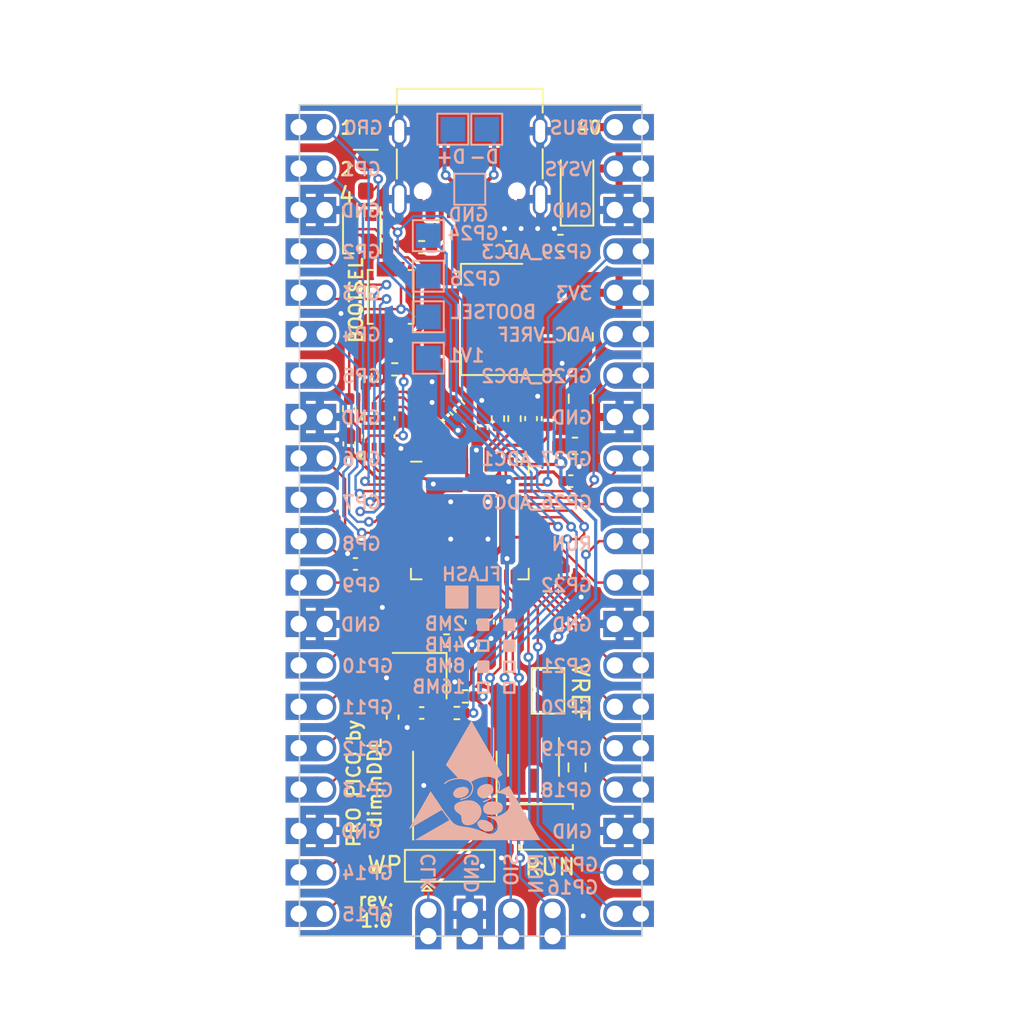
<source format=kicad_pcb>
(kicad_pcb (version 20240108) (generator "pcbnew") (generator_version "8.0")
  (layers (0 "F.Cu" signal) (31 "B.Cu" signal) (34 "B.Paste" user) (35 "F.Paste" user) (36 "B.SilkS" user "B.Silkscreen") (37 "F.SilkS" user "F.Silkscreen") (38 "B.Mask" user) (39 "F.Mask" user) (44 "Edge.Cuts" user))
  (net 0 "")
  (net 1 "Net-(C3-Pad1)")
  (net 2 "GND")
  (net 3 "+3V3")
  (net 4 "/XIN")
  (net 5 "+5V")
  (net 6 "+1V1")
  (net 7 "VBUS")
  (net 8 "Net-(D2-K)")
  (net 9 "/GPIO23")
  (net 11 "/EEPROM_SCL")
  (net 12 "Net-(J1-CC1)")
  (net 13 "/D+")
  (net 14 "/D-")
  (net 16 "Net-(J1-CC2)")
  (net 18 "/SWCLK")
  (net 19 "/SWD")
  (net 20 "/RUN")
  (net 21 "/GPIO0")
  (net 22 "/GPIO1")
  (net 23 "/GPIO2")
  (net 24 "/GPIO3")
  (net 25 "/GPIO4")
  (net 26 "/GPIO5")
  (net 27 "/GPIO6")
  (net 28 "/GPIO7")
  (net 29 "/GPIO8")
  (net 30 "/GPIO9")
  (net 31 "/GPIO10")
  (net 32 "/GPIO11")
  (net 33 "/GPIO12")
  (net 34 "/GPIO13")
  (net 35 "/GPIO14")
  (net 36 "/GPIO15")
  (net 37 "/GPIO29_ADC3")
  (net 38 "/GPIO28_ADC2")
  (net 39 "/GPIO27_ADC1")
  (net 40 "/GPIO26_ADC0")
  (net 41 "/GPIO22")
  (net 42 "/GPIO21")
  (net 43 "/GPIO20")
  (net 44 "/GPIO19")
  (net 45 "/GPIO18")
  (net 46 "/GPIO17")
  (net 47 "/GPIO16")
  (net 48 "/EEPROM_WP")
  (net 49 "/3V0_VREF")
  (net 50 "/QSPI_SS")
  (net 51 "Net-(R1-Pad2)")
  (net 52 "/XOUT")
  (net 53 "/DP")
  (net 54 "/EEPROM_SDA")
  (net 58 "/QSPI_SD1")
  (net 59 "/QSPI_SD2")
  (net 60 "/QSPI_SD0")
  (net 61 "/QSPI_SCLK")
  (net 62 "/QSPI_SD3")
  (net 63 "Net-(C6-Pad1)")
  (net 64 "/DN")
  (net 65 "/ADC_VREF")
  (footprint "W25Q16JVUXIQ_TR:IC_W25Q16JVUXIQ_TR" (layer "F.Cu") (at 97.2566 59.1058 90)
    (property "Reference" "U2" (hide yes))
    (property "Value" "W25Q16JVUXIQ")
  )
  (footprint "Button_Switch_SMD:SW_SPST_B3U-1000P" (layer "F.Cu") (at 98.0186 51.1048 90)
    (property "Reference" "SW1" (hide yes))
    (property "Value" "BOOTSEL")
  )
  (footprint "Capacitor_SMD:C_0402_1005Metric" (layer "F.Cu") (at 107.6452 58.5724 90)
    (property "Reference" "C12" (hide yes))
    (property "Value" "1u")
  )
  (footprint "Capacitor_SMD:C_0603_1608Metric_Pad1.08x0.95mm_HandSolder" (layer "F.Cu") (at 108.4326 47.8028 180)
    (property "Reference" "C4" (hide yes))
    (property "Value" "2.2u")
  )
  (footprint "Capacitor_SMD:C_0402_1005Metric" (layer "F.Cu") (at 98.1456 76.8858 -90)
    (property "Reference" "C2" (hide yes))
    (property "Value" "18p")
  )
  (footprint "RP2040:RP2040-QFN-56" (layer "F.Cu") (at 102.8748 64.8208)
    (property "Reference" "U5" (hide yes))
    (property "Value" "RP2040")
  )
  (footprint "Capacitor_SMD:C_0402_1005Metric" (layer "F.Cu") (at 103.6066 59.1058 90)
    (property "Reference" "C13" (hide yes))
    (property "Value" "100n")
  )
  (footprint "Resistor_SMD:R_0402_1005Metric" (layer "F.Cu") (at 101.4476 72.1868 180)
    (property "Reference" "R5" (hide yes))
    (property "Value" "1k")
  )
  (footprint "Resistor_SMD:R_0402_1005Metric_Pad0.72x0.64mm_HandSolder" (layer "F.Cu") (at 99.9236 48.0568 180)
    (property "Reference" "R3" (hide yes))
    (property "Value" "5.1k")
  )
  (footprint "Capacitor_SMD:C_0402_1005Metric" (layer "F.Cu") (at 109.0676 62.4078)
    (property "Reference" "C14" (hide yes))
    (property "Value" "100n")
  )
  (footprint "Jumper:SolderJumper-3_P2.0mm_Open_TrianglePad1.0x1.5mm" (layer "F.Cu") (at 101.6446 86.0298)
    (property "Reference" "JP1" (hide yes))
    (property "Value" "EEPROM_WP")
  )
  (footprint "Capacitor_SMD:C_0402_1005Metric_Pad0.74x0.62mm_HandSolder" (layer "F.Cu") (at 99.9236 76.6318 180)
    (property "Reference" "C1" (hide yes))
    (property "Value" "100n")
  )
  (footprint "connector:Pico_20pin" (layer "F.Cu") (at 111.76 88.9508 180)
    (property "Reference" "J4" (hide yes))
    (property "Value" "RIGHT")
  )
  (footprint "Capacitor_SMD:C_0402_1005Metric" (layer "F.Cu") (at 102.0826 73.7108 -90)
    (property "Reference" "C3" (hide yes))
    (property "Value" "18p")
  )
  (footprint "connector:Pico_4pin" (layer "F.Cu") (at 104.14 88.7222 90)
    (property "Reference" "J2" (hide yes))
    (property "Value" "SWD")
  )
  (footprint "Package_TO_SOT_SMD:SOT-223-3_TabPin2" (layer "F.Cu") (at 104.2416 52.4878 180)
    (property "Reference" "U3" (hide yes))
    (property "Value" "AMS1117-3.3")
  )
  (footprint "Resistor_SMD:R_0402_1005Metric" (layer "F.Cu") (at 96.4946 40.9448 90)
    (property "Reference" "R12" (hide yes))
    (property "Value" "1k")
  )
  (footprint "Package_SO:SOIC-8_3.9x4.9mm_P1.27mm" (layer "F.Cu") (at 101.9556 80.9498 90)
    (property "Reference" "U1" (hide yes))
    (property "Value" "FM24CL16B")
  )
  (footprint "Capacitor_SMD:C_0402_1005Metric" (layer "F.Cu") (at 102.9716 71.0438 -90)
    (property "Reference" "C18" (hide yes))
    (property "Value" "100n")
  )
  (footprint "Capacitor_SMD:C_0603_1608Metric_Pad1.08x0.95mm_HandSolder" (layer "F.Cu") (at 109.3216 60.2488)
    (property "Reference" "C7" (hide yes))
    (property "Value" "10n C0G")
  )
  (footprint "Capacitor_SMD:C_0402_1005Metric" (layer "F.Cu") (at 95.8596 67.4878 180)
    (property "Reference" "C17" (hide yes))
    (property "Value" "100n")
  )
  (footprint "Resistor_SMD:R_0402_1005Metric" (layer "F.Cu") (at 105.6132 58.5724 -90)
    (property "Reference" "R9" (hide yes))
    (property "Value" "27")
  )
  (footprint "Capacitor_SMD:C_0402_1005Metric" (layer "F.Cu") (at 108.6866 68.2498 -90)
    (property "Reference" "C11" (hide yes))
    (property "Value" "100n")
  )
  (footprint "Diode_SMD:D_SOD-123" (layer "F.Cu") (at 109.4486 44.3738 90)
    (property "Reference" "D1" (hide yes))
    (property "Value" "B5819W")
  )
  (footprint "Crystal:Crystal_SMD_2520-4Pin_2.5x2.0mm" (layer "F.Cu") (at 99.7966 74.3458 180)
    (property "Reference" "Y1" (hide yes))
    (property "Value" "ECS-120-12-36-AGN-TR3")
  )
  (footprint "Resistor_SMD:R_0805_2012Metric_Pad1.20x1.40mm_HandSolder" (layer "F.Cu") (at 109.6772 53.5432 90)
    (property "Reference" "R6" (hide yes))
    (property "Value" "470mOhm")
  )
  (footprint "connector:Pico_20pin" (layer "F.Cu") (at 93.98 40.6908)
    (property "Reference" "J3" (hide yes))
    (property "Value" "LEFT")
  )
  (footprint "Resistor_SMD:R_0402_1005Metric_Pad0.72x0.64mm_HandSolder" (layer "F.Cu") (at 95.4786 57.9628 90)
    (property "Reference" "R1" (hide yes))
    (property "Value" "1k")
  )
  (footprint "Connector_USB:USB_C_Receptacle_Palconn_UTC16-G" (layer "F.Cu") (at 102.87 43.1778 180)
    (property "Reference" "J1" (hide yes))
    (property "Value" "USB_C_Receptacle_USB2.0")
  )
  (footprint "Resistor_SMD:R_0402_1005Metric" (layer "F.Cu") (at 102.5906 75.6158)
    (property "Reference" "R10" (hide yes))
    (property "Value" "1k")
  )
  (footprint "LED_SMD:LED_WS2812B-2020_PLCC4_2.0x2.0mm" (layer "F.Cu") (at 96.25 47.015 90)
    (property "Reference" "4")
    (property "Value" "WS2812B-2020")
  )
  (footprint "Capacitor_SMD:C_0402_1005Metric" (layer "F.Cu") (at 95.4786 60.1218 90)
    (property "Reference" "C16" (hide yes))
    (property "Value" "100n")
  )
  (footprint "Resistor_SMD:R_0402_1005Metric" (layer "F.Cu") (at 102.0806 76.6338)
    (property "Reference" "R11" (hide yes))
    (property "Value" "1k")
  )
  (footprint "Resistor_SMD:R_0402_1005Metric_Pad0.72x0.64mm_HandSolder" (layer "F.Cu") (at 105.2576 48.0568)
    (property "Reference" "R4" (hide yes))
    (property "Value" "5.1k")
  )
  (footprint "Package_TO_SOT_SMD:SOT-23" (layer "F.Cu") (at 106.7816 79.8438 -90)
    (property "Reference" "U4" (hide yes))
    (property "Value" "LM4040DBZ-3")
  )
  (footprint "Resistor_SMD:R_0402_1005Metric_Pad0.72x0.64mm_HandSolder" (layer "F.Cu") (at 98.2726 55.5498)
    (property "Reference" "R2" (hide yes))
    (property "Value" "DNP")
  )
  (footprint "Button_Switch_SMD:SW_SPST_B3U-1000P" (layer "F.Cu") (at 107.5436 83.6168)
    (property "Reference" "SW2" (hide yes))
    (property "Value" "RES")
  )
  (footprint "Capacitor_SMD:C_0402_1005Metric" (layer "F.Cu") (at 103.9876 71.0438 -90)
    (property "Reference" "C9" (hide yes))
    (property "Value" "100n")
  )
  (footprint "Capacitor_SMD:C_0805_2012Metric_Pad1.18x1.45mm_HandSolder" (layer "F.Cu") (at 109.6772 57.3532 -90)
    (property "Reference" "C6" (hide yes))
    (property "Value" "10u")
  )
  (footprint "Resistor_SMD:R_0603_1608Metric_Pad0.98x0.95mm_HandSolder" (layer "F.Cu") (at 109.4486 79.9708 -90)
    (property "Reference" "R7" (hide yes))
    (property "Value" "150")
  )
  (footprint "Resistor_SMD:R_0402_1005Metric" (layer "F.Cu") (at 104.5972 58.5724 -90)
    (property "Reference" "R8" (hide yes))
    (property "Value" "27")
  )
  (footprint "Capacitor_SMD:C_0402_1005Metric" (layer "F.Cu") (at 102.2096 57.8358 135)
    (property "Reference" "C15" (hide yes))
    (property "Value" "100n")
  )
  (footprint "Capacitor_SMD:C_0402_1005Metric" (layer "F.Cu") (at 106.6292 58.5724 90)
    (property "Reference" "C10" (hide yes))
    (property "Value" "1u")
  )
  (footprint "Capacitor_SMD:C_0402_1005Metric" (layer "F.Cu") (at 101.489189 58.512389 135)
    (property "Reference" "C8" (hide yes))
    (property "Value" "100n")
  )
  (footprint "Jumper:SolderJumper-2_P1.3mm_Open_TrianglePad1.0x1.5mm" (layer "F.Cu") (at 107.6706 75.2718 -90)
    (property "Reference" "JP2" (hide yes))
    (property "Value" "VREF")
  )
  (footprint "LED_SMD:LED_0603_1608Metric_Pad1.05x0.95mm_HandSolder" (layer "F.Cu") (at 96.4946 43.7388 -90)
    (property "Reference" "D2" (hide yes))
    (property "Value" "LED")
  )
  (footprint "Capacitor_SMD:C_0402_1005Metric_Pad0.74x0.62mm_HandSolder" (layer "F.Cu") (at 96.4946 55.9308 90)
    (property "Reference" "C5" (hide yes))
    (property "Value" "100n")
  )
  (footprint "TestPoint:TestPoint_Pad_1.5x1.5mm" (layer "B.Cu") (at 100.33 47.3456 180)
    (property "Reference" "TP6" (hide yes))
    (property "Value" "GP24")
  )
  (footprint "TestPoint:TestPoint_Pad_1.5x1.5mm" (layer "B.Cu") (at 100.33 54.864 180)
    (property "Reference" "TP2" (hide yes))
    (property "Value" "VREG")
  )
  (footprint "TestPoint:TestPoint_Pad_1.5x1.5mm" (layer "B.Cu") (at 102.87 44.5008 180)
    (property "Reference" "TP4" (hide yes))
    (property "Value" "GND")
  )
  (footprint "TestPoint:TestPoint_Pad_1.5x1.5mm" (layer "B.Cu") (at 100.33 52.324 180)
    (property "Reference" "TP1" (hide yes))
    (property "Value" "BOOTSEL")
  )
  (footprint "LOGO" (layer "B.Cu") (at 102.9716 80.9498 180)
    (property "Reference" "G***" (hide yes))
    (property "Value" "LOGO" (hide yes))
  )
  (footprint "TestPoint:TestPoint_Pad_1.5x1.5mm" (layer "B.Cu") (at 100.33 49.8348 180)
    (property "Reference" "TP3" (hide yes))
    (property "Value" "GP25")
  )
  (footprint "TestPoint:TestPoint_Pad_1.5x1.5mm" (layer "B.Cu") (at 101.8286 40.8178 180)
    (property "Reference" "TP5" (hide yes))
    (property "Value" "D+")
  )
  (footprint "TestPoint:TestPoint_Pad_1.5x1.5mm" (layer "B.Cu") (at 103.9114 40.8178 180)
    (property "Reference" "TP7" (hide yes))
    (property "Value" "D-")
  )
  (gr_rect (start 101.4476 68.8848) (end 102.7176 70.1548) (stroke (width 0.15)) (fill none) (layer "B.SilkS"))
  (gr_rect (start 103.3526 68.8848) (end 104.6226 70.1548) (stroke (width 0.15)) (fill none) (layer "B.SilkS"))
  (gr_rect (start 92.4306 39.3208) (end 113.4306 90.3208) (stroke (width 0.1)) (fill none) (layer "Edge.Cuts"))
  (gr_text "RUN" (at 110.4646 66.7258 0) (layer "B.SilkS") (effects (font (size 0.8 0.8)) (justify left bottom mirror)))
  (gr_text "GP11" (at 98.2726 76.7588 0) (layer "B.SilkS") (effects (font (size 0.8 0.8)) (justify left bottom mirror)))
  (gr_text "GP16" (at 110.8456 87.8078 0) (layer "B.SilkS") (effects (font (size 0.8 0.8)) (justify left bottom mirror)))
  (gr_text "GP5" (at 97.5106 56.4388 0) (layer "B.SilkS") (effects (font (size 0.8 0.8)) (justify left bottom mirror)))
  (gr_text "D+" (at 102.7176 42.9768 0) (layer "B.SilkS") (effects (font (size 0.8 0.8)) (justify left bottom mirror)))
  (gr_text "GP28_ADC2" (at 110.4646 56.4388 0) (layer "B.SilkS") (effects (font (size 0.8 0.8)) (justify left bottom mirror)))
  (gr_text "GP15" (at 98.2726 89.4588 0) (layer "B.SilkS") (effects (font (size 0.8 0.8)) (justify left bottom mirror)))
  (gr_text "GP9" (at 97.5106 69.2658 0) (layer "B.SilkS") (effects (font (size 0.8 0.8)) (justify left bottom mirror)))
  (gr_text "GP25" (at 104.8766 50.4698 0) (layer "B.SilkS") (effects (font (size 0.8 0.8)) (justify left bottom mirror)))
  (gr_text "GND" (at 110.4646 46.2788 0) (layer "B.SilkS") (effects (font (size 0.8 0.8)) (justify left bottom mirror)))
  (gr_text "VBUS" (at 110.9726 41.1988 0) (layer "B.SilkS") (effects (font (size 0.8 0.8)) (justify left bottom mirror)))
  (gr_text "3V3" (at 110.4646 51.3588 0) (layer "B.SilkS") (effects (font (size 0.8 0.8)) (justify left bottom mirror)))
  (gr_text "CLK" (at 100.8126 85.1408 90) (layer "B.SilkS") (effects (font (size 0.8 0.8)) (justify left bottom mirror)))
  (gr_text "1V1" (at 103.8606 55.1688 0) (layer "B.SilkS") (effects (font (size 0.8 0.8)) (justify left bottom mirror)))
  (gr_text "GP8" (at 97.5106 66.7258 0) (layer "B.SilkS") (effects (font (size 0.8 0.8)) (justify left bottom mirror)))
  (gr_text "RUN" (at 107.4166 85.1408 90) (layer "B.SilkS") (effects (font (size 0.8 0.8)) (justify left bottom mirror)))
  (gr_text "GP14" (at 98.2726 86.9188 0) (layer "B.SilkS") (effects (font (size 0.8 0.8)) (justify left bottom mirror)))
  (gr_text "GP4" (at 97.5106 53.8988 0) (layer "B.SilkS") (effects (font (size 0.8 0.8)) (justify left bottom mirror)))
  (gr_text "GP20" (at 110.4646 76.7588 0) (layer "B.SilkS") (effects (font (size 0.8 0.8)) (justify left bottom mirror)))
  (gr_text "GND" (at 97.5106 58.9788 0) (layer "B.SilkS") (effects (font (size 0.8 0.8)) (justify left bottom mirror)))
  (gr_text "GP0" (at 97.6376 41.1988 0) (layer "B.SilkS") (effects (font (size 0.8 0.8)) (justify left bottom mirror)))
  (gr_text "GP22" (at 110.4646 69.2658 0) (layer "B.SilkS") (effects (font (size 0.8 0.8)) (justify left bottom mirror)))
  (gr_text "GP10" (at 98.2726 74.2188 0) (layer "B.SilkS") (effects (font (size 0.8 0.8)) (justify left bottom mirror)))
  (gr_text "GP13" (at 98.2726 81.8388 0) (layer "B.SilkS") (effects (font (size 0.8 0.8)) (justify left bottom mirror)))
  (gr_text "SIO" (at 105.8926 85.1408 90) (layer "B.SilkS") (effects (font (size 0.8 0.8)) (justify left bottom mirror)))
  (gr_text "GP18" (at 110.4646 81.8388 0) (layer "B.SilkS") (effects (font (size 0.8 0.8)) (justify left bottom mirror)))
  (gr_text "GP29_ADC3" (at 110.4646 48.8188 0) (layer "B.SilkS") (effects (font (size 0.8 0.8)) (justify left bottom mirror)))
  (gr_text "VSYS" (at 110.4646 43.7388 0) (layer "B.SilkS") (effects (font (size 0.8 0.8)) (justify left bottom mirror)))
  (gr_text "■ ■ 2MB\n■ □ 4MB\n□ ■ 8MB\n□ □ 16MB" (at 105.8926 75.4888 0) (layer "B.SilkS") (effects (font (size 0.8 0.8)) (justify left bottom mirror)))
  (gr_text "GND" (at 97.5106 71.6788 0) (layer "B.SilkS") (effects (font (size 0.8 0.8)) (justify left bottom mirror)))
  (gr_text "ADC_VREF" (at 110.4646 53.8988 0) (layer "B.SilkS") (effects (font (size 0.8 0.8)) (justify left bottom mirror)))
  (gr_text "GP19" (at 110.4646 79.2988 0) (layer "B.SilkS") (effects (font (size 0.8 0.8)) (justify left bottom mirror)))
  (gr_text "GP1" (at 97.5106 43.7388 0) (layer "B.SilkS") (effects (font (size 0.8 0.8)) (justify left bottom mirror)))
  (gr_text "GP7" (at 97.5106 64.1858 0) (layer "B.SilkS") (effects (font (size 0.8 0.8)) (justify left bottom mirror)))
  (gr_text "GP3" (at 97.5106 51.3588 0) (layer "B.SilkS") (effects (font (size 0.8 0.8)) (justify left bottom mirror)))
  (gr_text "GP26_ADC0" (at 110.4646 64.1858 0) (layer "B.SilkS") (effects (font (size 0.8 0.8)) (justify left bottom mirror)))
  (gr_text "GP6" (at 97.5106 61.5188 0) (layer "B.SilkS") (effects (font (size 0.8 0.8)) (justify left bottom mirror)))
  (gr_text "GND" (at 110.4646 84.3788 0) (layer "B.SilkS") (effects (font (size 0.8 0.8)) (justify left bottom mirror)))
  (gr_text "FLASH" (at 104.889624 68.592808 0) (layer "B.SilkS") (effects (font (size 0.8 0.8)) (justify left bottom mirror)))
  (gr_text "GND" (at 103.4796 85.1408 90) (layer "B.SilkS") (effects (font (size 0.8 0.8)) (justify left bottom mirror)))
  (gr_text "GP27_ADC1" (at 110.4646 61.5188 0) (layer "B.SilkS") (effects (font (size 0.8 0.8)) (justify left bottom mirror)))
  (gr_text "GND" (at 97.5106 46.2788 0) (layer "B.SilkS") (effects (font (size 0.8 0.8)) (justify left bottom mirror)))
  (gr_text "GP12" (at 98.2726 79.2988 0) (layer "B.SilkS") (effects (font (size 0.8 0.8)) (justify left bottom mirror)))
  (gr_text "GND" (at 104.1146 46.5328 0) (layer "B.SilkS") (effects (font (size 0.8 0.8)) (justify left bottom mirror)))
  (gr_text "GP2" (at 97.5106 48.8188 0) (layer "B.SilkS") (effects (font (size 0.8 0.8)) (justify left bottom mirror)))
  (gr_text "GP17" (at 110.8456 86.4108 0) (layer "B.SilkS") (effects (font (size 0.8 0.8)) (justify left bottom mirror)))
  (gr_text "GP24" (at 104.7496 47.6758 0) (layer "B.SilkS") (effects (font (size 0.8 0.8)) (justify left bottom mirror)))
  (gr_text "GND" (at 110.4646 71.6788 0) (layer "B.SilkS") (effects (font (size 0.8 0.8)) (justify left bottom mirror)))
  (gr_text "GND" (at 97.5106 84.3788 0) (layer "B.SilkS") (effects (font (size 0.8 0.8)) (justify left bottom mirror)))
  (gr_text "D-" (at 104.7496 42.9768 0) (layer "B.SilkS") (effects (font (size 0.8 0.8)) (justify left bottom mirror)))
  (gr_text "GND" (at 110.4646 58.9788 0) (layer "B.SilkS") (effects (font (size 0.8 0.8)) (justify left bottom mirror)))
  (gr_text "BOOTSEL" (at 107.0356 52.5018 0) (layer "B.SilkS") (effects (font (size 0.8 0.8)) (justify left bottom mirror)))
  (gr_text "GP21" (at 110.4646 74.2188 0) (layer "B.SilkS") (effects (font (size 0.8 0.8)) (justify left bottom mirror)))
  (gr_text "40" (at 109.3216 41.1988 0) (layer "F.SilkS") (effects (font (size 0.8 0.8) (thickness 0.15) (bold yes)) (justify left bottom)))
  (gr_text "1" (at 94.8436 41.1988 0) (layer "F.SilkS") (effects (font (size 0.8 0.8) (thickness 0.15) (bold yes)) (justify left bottom)))
  (gr_text "2" (at 94.8436 43.7388 0) (layer "F.SilkS") (effects (font (size 0.8 0.8) (thickness 0.15) (bold yes)) (justify left bottom)))
  (gr_text "1" (at 94.8436 41.1988 0) (layer "F.SilkS") (effects (font (size 0.8 0.8) (thickness 0.15) (bold yes)) (justify left bottom)))
  (gr_text "rev.\n1.0" (at 97.1296 89.8398 0) (layer "F.SilkS") (effects (font (size 0.8 0.8)) (justify bottom)))
  (gr_text "WP" (at 96.4946 86.5378 0) (layer "F.SilkS") (effects (font (size 1 1)) (justify left bottom)))
  (gr_text "PRO PICO by\ndiminDDL" (at 97.5106 80.9498 90) (layer "F.SilkS") (effects (font (size 0.8 0.8)) (justify bottom)))
  (gr_text "BOOTSEL" (at 96.3676 54.0258 90) (layer "F.SilkS") (effects (font (size 0.8 0.8)) (justify left bottom)))
  (gr_text "RUN" (at 106.1466 86.6648 0) (layer "F.SilkS") (effects (font (size 1 1)) (justify left bottom)))
  (gr_text "VREF" (at 109.0676 73.4568 -90) (layer "F.SilkS") (effects (font (size 1 1)) (justify left bottom)))
  (segment (start 100.9376 73.3798) (end 100.6716 73.6458) (width 0.2) (layer "F.Cu") (net 1))
  (segment (start 101.0866 73.2308) (end 100.6716 73.6458) (width 0.2) (layer "F.Cu") (net 1))
  (segment (start 102.0826 73.2308) (end 101.0866 73.2308) (width 0.2) (layer "F.Cu") (net 1))
  (segment (start 100.9376 72.1868) (end 100.9376 73.3798) (width 0.2) (layer "F.Cu") (net 1))
  (segment (start 95.3796 66.8528) (end 95.3796 67.4878) (width 0.15) (layer "F.Cu") (net 2))
  (segment (start 98.602538 60.3558) (end 98.649163 60.402425) (width 0.15) (layer "F.Cu") (net 2))
  (segment (start 98.0066 60.3558) (end 98.602538 60.3558) (width 0.15) (layer "F.Cu") (net 2))
  (via (at 98.0186 53.7718) (size 0.6) (drill 0.3) (layers "F.Cu" "B.Cu") (net 2))
  (via (at 94.7166 59.8678) (size 0.6) (drill 0.3) (layers "F.Cu" "B.Cu") (net 2))
  (via (at 100.0506 81.0768) (size 0.6) (drill 0.3) (layers "F.Cu" "B.Cu") (net 2))
  (via (at 103.9876 63.6778) (size 0.6) (drill 0.3) (layers "F.Cu" "B.Cu") (net 2))
  (via (at 95.3796 66.8528) (size 0.6) (drill 0.3) (layers "F.Cu" "B.Cu") (net 2))
  (via (at 94.9706 52.1208) (size 0.6) (drill 0.3) (layers "F.Cu" "B.Cu") (net 2))
  (via (at 103.9876 65.9638) (size 0.6) (drill 0.3) (layers "F.Cu" "B.Cu") (net 2))
  (via (at 107.0356 46.9138) (size 0.6) (drill 0.3) (layers "F.Cu" "B.Cu") (net 2))
  (via (at 99.0346 77.5208) (size 0.6) (drill 0.3) (layers "F.Cu" "B.Cu") (net 2))
  (via (at 107.0356 57.2008) (size 0.6) (drill 0.3) (layers "F.Cu" "B.Cu") (net 2))
  (via (at 101.7016 63.6778) (size 0.6) (drill 0.3) (layers "F.Cu" "B.Cu") (net 2))
  (via (at 108.534405 55.179182) (size 0.6) (drill 0.3) (layers "F.Cu" "B.Cu") (net 2))
  (via (at 103.6066 57.4548) (size 0.6) (drill 0.3) (layers "F.Cu" "B.Cu") (net 2))
  (via (at 97.7646 74.4728) (size 0.6) (drill 0.3) (layers "F.Cu" "B.Cu") (net 2))
  (via (at 101.7016 65.9638) (size 0.6) (drill 0.3) (layers "F.Cu" "B.Cu") (net 2))
  (via (at 105.0036 46.9138) (size 0.6) (drill 0.3) (layers "F.Cu" "B.Cu") (net 2))
  (via (at 100.5586 57.5818) (size 0.6) (drill 0.3) (layers "F.Cu" "B.Cu") (net 2))
  (via (at 106.0196 46.9138) (size 0.6) (drill 0.3) (layers "F.Cu" "B.Cu") (net 2))
  (via (at 98.649163 60.402425) (size 0.6) (drill 0.3) (layers "F.Cu" "B.Cu") (net 2))
  (via (at 109.8296 89.0778) (size 0.6) (drill 0.3) (layers "F.Cu" "B.Cu") (net 2))
  (via (at 101.9556 74.7268) (size 0.6) (drill 0.3) (layers "F.Cu" "B.Cu") (net 2))
  (via (at 104.1751 72.0598) (size 0.6) (drill 0.3) (layers "F.Cu" "B.Cu") (net 2))
  (via (at 100.5586 56.3118) (size 0.6) (drill 0.3) (layers "F.Cu" "B.Cu") (net 2))
  (via (at 104.8101 85.5218) (size 0.6) (drill 0.3) (layers "F.Cu" "B.Cu") (net 2))
  (via (at 109.5756 61.5188) (size 0.6) (drill 0.3) (layers "F.Cu" "B.Cu") (net 2))
  (via (at 109.7026 69.5198) (size 0.6) (drill 0.3) (layers "F.Cu" "B.Cu") (net 2))
  (via (at 108.0516 46.9138) (size 0.6) (drill 0.3) (layers "F.Cu" "B.Cu") (net 2))
  (via (at 97.5106 70.1548) (size 0.6) (drill 0.3) (layers "F.Cu" "B.Cu") (net 2))
  (via (at 103.6446 86.0298) (size 0.6) (drill 0.3) (layers "F.Cu" "B.Cu") (net 2))
  (segment (start 97.6751 56.1473) (end 97.3241 56.4983) (width 0.25) (layer "F.Cu") (net 3))
  (segment (start 108.3661 81.9658) (end 109.4486 80.8833) (width 0.25) (layer "F.Cu") (net 3))
  (segment (start 101.9556 80.1878) (end 103.7336 81.9658) (width 0.25) (layer "F.Cu") (net 3))
  (segment (start 108.6866 67.256595) (end 108.6866 67.7698) (width 0.2) (layer "F.Cu") (net 3))
  (segment (start 107.9981 61.8463) (end 107.2161 61.8463) (width 0.2) (layer "F.Cu") (net 3))
  (segment (start 106.7308 60.6044) (end 107.6452 59.69) (width 0.2) (layer "F.Cu") (net 3))
  (segment (start 101.5726 76.6318) (end 101.5726 77.0108) (width 0.25) (layer "F.Cu") (net 3))
  (segment (start 99.4373 62.2208) (end 97.17427 62.2208) (width 0.2) (layer "F.Cu") (net 3))
  (segment (start 98.406296 65.8208) (end 96.739296 67.4878) (width 0.2) (layer "F.Cu") (net 3))
  (segment (start 95.7 46.65) (end 96 46.95) (width 0.15) (layer "F.Cu") (net 3))
  (segment (start 107.6452 59.69) (end 107.6452 59.0524) (width 0.2) (layer "F.Cu") (net 3))
  (segment (start 108.5596 62.4078) (end 107.9981 61.8463) (width 0.2) (layer "F.Cu") (net 3))
  (segment (start 103.005161 72.440022) (end 103.005161 74.691239) (width 0.25) (layer "F.Cu") (net 3))
  (segment (start 103.7336 81.9658) (end 108.3661 81.9658) (width 0.25) (layer "F.Cu") (net 3))
  (segment (start 95.7 46.1) (end 95.7 46.65) (width 0.15) (layer "F.Cu") (net 3))
  (segment (start 103.005161 74.691239) (end 102.0806 75.6158) (width 0.25) (layer "F.Cu") (net 3))
  (segment (start 97.3241 56.4983) (end 96.4946 56.4983) (width 0.25) (layer "F.Cu") (net 3))
  (segment (start 101.5726 76.6318) (end 101.5726 76.1238) (width 0.25) (layer "F.Cu") (net 3))
  (segment (start 100.0506 78.4748) (end 100.0506 77.0723) (width 0.25) (layer "F.Cu") (net 3))
  (segment (start 99.0798 48.6798) (end 101.0916 50.6916) (width 0.15) (layer "F.Cu") (net 3))
  (segment (start 101.5726 76.1238) (end 102.0806 75.6158) (width 0.25) (layer "F.Cu") (net 3))
  (segment (start 98.6536 79.1718) (end 98.6536 85.6488) (width 0.25) (layer "F.Cu") (net 3))
  (segment (start 99.0346 86.0298) (end 99.6446 86.0298) (width 0.25) (layer "F.Cu") (net 3))
  (segment (start 107.250805 65.8208) (end 108.6866 67.256595) (width 0.2) (layer "F.Cu") (net 3))
  (segment (start 98.6536 85.6488) (end 99.0346 86.0298) (width 0.25) (layer "F.Cu") (net 3))
  (segment (start 95.55527 60.6018) (end 95.4786 60.6018) (width 0.2) (layer "F.Cu") (net 3))
  (segment (start 105.321226 60.6044) (end 106.7308 60.6044) (width 0.2) (layer "F.Cu") (net 3))
  (segment (start 98.7998 48.6798) (end 99.0798 48.6798) (width 0.15) (layer "F.Cu") (net 3))
  (segment (start 97.6751 55.2583) (end 100.4456 52.4878) (width 0.25) (layer "F.Cu") (net 3))
  (segment (start 96.4946 56.4983) (end 96.4946 57.8438) (width 0.25) (layer "F.Cu") (net 3))
  (segment (start 101.9556 77.3938) (end 101.9556 80.1878) (width 0.25) (layer "F.Cu") (net 3))
  (segment (start 105.0748 60.850826) (end 105.321226 60.6044) (width 0.2) (layer "F.Cu") (net 3))
  (segment (start 100.4911 76.6318) (end 101.5726 76.6318) (width 0.25) (layer "F.Cu") (net 3))
  (segment (start 96 46.95) (end 97.07 46.95) (width 0.15) (layer "F.Cu") (net 3))
  (segment (start 100.4456 52.4878) (end 101.0916 52.4878) (width 0.25) (layer "F.Cu") (net 3))
  (segment (start 100.0506 77.0723) (end 100.4911 76.6318) (width 0.25) (layer "F.Cu") (net 3))
  (segment (start 99.4373 65.8208) (end 98.406296 65.8208) (width 0.2) (layer "F.Cu") (net 3))
  (segment (start 101.5726 77.0108) (end 101.9556 77.3938) (width 0.25) (layer "F.Cu") (net 3))
  (segment (start 97.6751 55.5498) (end 97.6751 56.1473) (width 0.25) (layer "F.Cu") (net 3))
  (segment (start 106.3123 65.8208) (end 107.250805 65.8208) (width 0.2) (layer "F.Cu") (net 3))
  (segment (start 96.4946 57.8438) (end 96.5066 57.8558) (width 0.25) (layer "F.Cu") (net 3))
  (segment (start 103.0748 70.4606) (end 102.9716 70.5638) (width 0.2) (layer "F.Cu") (net 3))
  (segment (start 105.0748 61.3833) (end 105.0748 60.850826) (width 0.2) (layer "F.Cu") (net 3))
  (segment (start 106.8416 62.2208) (end 106.3123 62.2208) (width 0.2) (layer "F.Cu") (net 3))
  (segment (start 100.0506 78.4748) (end 99.3506 78.4748) (width 0.25) (layer "F.Cu") (net 3))
  (segment (start 97.07 46.95) (end 98.7998 48.6798) (width 0.15) (layer "F.Cu") (net 3))
  (segment (start 107.2161 61.8463) (end 106.8416 62.2208) (width 0.2) (layer "F.Cu") (net 3))
  (segment (start 103.0748 68.2583) (end 103.0748 70.4606) (width 0.2) (layer "F.Cu") (net 3))
  (segment (start 97.6751 55.5498) (end 97.6751 55.2583) (width 0.25) (layer "F.Cu") (net 3))
  (segment (start 108.5876 62.4078) (end 108.5596 62.4078) (width 0.2) (layer "F.Cu") (net 3))
  (segment (start 97.17427 62.2208) (end 95.55527 60.6018) (width 0.2) (layer "F.Cu") (net 3))
  (segment (start 99.3506 78.4748) (end 98.6536 79.1718) (width 0.25) (layer "F.Cu") (net 3))
  (segment (start 101.0916 50.6916) (end 101.0916 52.4878) (width 0.15) (layer "F.Cu") (net 3))
  (segment (start 96.739296 67.4878) (end 96.3396 67.4878) (width 0.2) (layer "F.Cu") (net 3))
  (via (at 105.156 67.1576) (size 0.6) (drill 0.3) (layers "F.Cu" "B.Cu") (net 3))
  (via (at 105.2576 62.4332) (size 0.6) (drill 0.3) (layers "F.Cu" "B.Cu") (net 3))
  (via (at 103.2753 60.5028) (size 0.6) (drill 0.3) (layers "F.Cu" "B.Cu") (net 3))
  (via (at 100.6348 62.5856) (size 0.6) (drill 0.3) (layers "F.Cu" "B.Cu") (net 3))
  (via (at 103.005161 72.440022) (size 0.6) (drill 0.3) (layers "F.Cu" "B.Cu") (net 3))
  (segment (start 105.156 70.1294) (end 105.156 67.1576) (width 0.25) (layer "B.Cu") (net 3))
  (segment (start 103.005161 72.280239) (end 105.156 70.1294) (width 0.25) (layer "B.Cu") (net 3))
  (segment (start 103.005161 72.440022) (end 103.005161 72.280239) (width 0.25) (layer "B.Cu") (net 3))
  (segment (start 99.2236 75.0458) (end 99.7966 74.4728) (width 0.2) (layer "F.Cu") (net 4))
  (segment (start 98.9216 75.0938) (end 98.1456 75.8698) (width 0.2) (layer "F.Cu") (net 4))
  (segment (start 99.7966 72.1868) (end 102.2748 69.7086) (width 0.2) (layer "F.Cu") (net 4))
  (segment (start 99.7966 74.4728) (end 99.7966 72.1868) (width 0.2) (layer "F.Cu") (net 4))
  (segment (start 98.9216 75.0458) (end 98.9216 75.0938) (width 0.2) (layer "F.Cu") (net 4))
  (segment (start 98.1456 75.8698) (end 98.1456 76.4058) (width 0.2) (layer "F.Cu") (net 4))
  (segment (start 102.2748 69.7086) (end 102.2748 68.2583) (width 0.2) (layer "F.Cu") (net 4))
  (segment (start 98.9216 75.0458) (end 99.2236 75.0458) (width 0.2) (layer "F.Cu") (net 4))
  (segment (start 105.15554 60.2044) (end 106.1148 60.2044) (width 0.2) (layer "F.Cu") (net 6))
  (segment (start 104.6748 60.68514) (end 105.15554 60.2044) (width 0.2) (layer "F.Cu") (net 6))
  (segment (start 103.4748 70.051) (end 103.9876 70.5638) (width 0.2) (layer "F.Cu") (net 6))
  (segment (start 106.1148 60.2044) (end 106.6292 59.69) (width 0.2) (layer "F.Cu") (net 6))
  (segment (start 103.4748 68.2583) (end 103.4748 70.051) (width 0.2) (layer "F.Cu") (net 6))
  (segment (start 104.6748 61.3833) (end 104.6748 60.68514) (width 0.2) (layer "F.Cu") (net 6))
  (segment (start 106.6292 59.69) (end 106.6292 59.0524) (width 0.2) (layer "F.Cu") (net 6))
  (via (at 102.151794 59.290606) (size 0.6) (drill 0.3) (layers "F.Cu" "B.Cu") (net 6))
  (segment (start 101.1936 55.7276) (end 100.33 54.864) (width 0.25) (layer "B.Cu") (net 6))
  (segment (start 102.151794 59.290606) (end 101.1936 58.332412) (width 0.25) (layer "B.Cu") (net 6))
  (segment (start 101.1936 58.332412) (end 101.1936 55.7276) (width 0.25) (layer "B.Cu") (net 6))
  (segment (start 96.4946 41.4548) (end 96.4946 42.8638) (width 0.25) (layer "F.Cu") (net 8))
  (segment (start 97.2566 43.8658) (end 97.2566 44.2468) (width 0.15) (layer "F.Cu") (net 9))
  (segment (start 108.284018 65.195511) (end 108.109307 65.0208) (width 0.15) (layer "F.Cu") (net 9))
  (segment (start 97.2566 44.2468) (end 96.8896 44.6138) (width 0.15) (layer "F.Cu") (net 9))
  (segment (start 96.8896 44.6138) (end 96.4946 44.6138) (width 0.15) (layer "F.Cu") (net 9))
  (segment (start 108.109307 65.0208) (end 106.3123 65.0208) (width 0.15) (layer "F.Cu") (net 9))
  (via (at 108.284018 65.195511) (size 0.6) (drill 0.3) (layers "F.Cu" "B.Cu") (net 9))
  (via (at 97.2566 43.8658) (size 0.6) (drill 0.3) (layers "F.Cu" "B.Cu") (net 9))
  (segment (start 101.1936 51.1048) (end 101.7016 51.6128) (width 0.15) (layer "B.Cu") (net 9))
  (segment (start 106.2736 62.0268) (end 106.2736 63.1698) (width 0.15) (layer "B.Cu") (net 9))
  (segment (start 99.328273 51.1048) (end 101.1936 51.1048) (width 0.15) (layer "B.Cu") (net 9))
  (segment (start 101.7016 51.6128) (end 101.7016 57.4548) (width 0.15) (layer "B.Cu") (net 9))
  (segment (start 101.7016 57.4548) (end 106.2736 62.0268) (width 0.15) (layer "B.Cu") (net 9))
  (segment (start 106.2736 63.1698) (end 108.284018 65.180218) (width 0.15) (layer "B.Cu") (net 9))
  (segment (start 97.2566 43.8658) (end 97.2566 49.033127) (width 0.15) (layer "B.Cu") (net 9))
  (segment (start 108.284018 65.180218) (end 108.284018 65.195511) (width 0.15) (layer "B.Cu") (net 9))
  (segment (start 97.2566 49.033127) (end 99.328273 51.1048) (width 0.15) (layer "B.Cu") (net 9))
  (segment (start 109.882997 65.656403) (end 109.882997 65.201759) (width 0.15) (layer "F.Cu") (net 11))
  (segment (start 102.5906 76.6338) (end 102.5926 76.6318) (width 0.2) (layer "F.Cu") (net 11))
  (segment (start 103.0986 76.6318) (end 102.5926 76.6318) (width 0.2) (layer "F.Cu") (net 11))
  (segment (start 102.5906 78.4748) (end 102.5906 76.6338) (width 0.2) (layer "F.Cu") (net 11))
  (segment (start 108.844457 65.968158) (end 109.571242 65.968158) (width 0.15) (layer "F.Cu") (net 11))
  (segment (start 109.882997 65.201759) (end 109.882997 65.001197) (width 0.15) (layer "F.Cu") (net 11))
  (segment (start 97.4 46.1) (end 96.8 46.1) (width 0.15) (layer "F.Cu") (net 11))
  (segment (start 109.882997 65.001197) (end 109.1026 64.2208) (width 0.15) (layer "F.Cu") (net 11))
  (segment (start 98.45 47.15) (end 97.4 46.1) (width 0.15) (layer "F.Cu") (net 11))
  (segment (start 109.1026 64.2208) (end 106.3123 64.2208) (width 0.15) (layer "F.Cu") (net 11))
  (segment (start 109.571242 65.968158) (end 109.882997 65.656403) (width 0.15) (layer "F.Cu") (net 11))
  (via (at 98.45 47.15) (size 0.6) (drill 0.3) (layers "F.Cu" "B.Cu") (net 11))
  (via (at 108.844457 65.968158) (size 0.6) (drill 0.3) (layers "F.Cu" "B.Cu") (net 11))
  (via (at 109.882997 65.201759) (size 0.6) (drill 0.3) (layers "F.Cu" "B.Cu") (net 11))
  (via (at 103.0986 76.6318) (size 0.6) (drill 0.3) (layers "F.Cu" "B.Cu") (net 11))
  (segment (start 108.844457 68.345943) (end 108.844457 65.968158) (width 0.15) (layer "B.Cu") (net 11))
  (segment (start 103.0986 76.6318) (end 103.0921 76.6253) (width 0.15) (layer "B.Cu") (net 11))
  (segment (start 98.45 47.15) (end 98.45 48.3612) (width 0.15) (layer "B.Cu") (net 11))
  (segment (start 98.45 48.3612) (end 99.9236 49.8348) (width 0.15) (layer "B.Cu") (net 11))
  (segment (start 98.45 47.15) (end 98.45 47.1174) (width 0.15) (layer "B.Cu") (net 11))
  (segment (start 107.8286 63.0738) (end 109.882997 65.128197) (width 0.15) (layer "B.Cu") (net 11))
  (segment (start 109.882997 65.128197) (end 109.882997 65.201759) (width 0.15) (layer "B.Cu") (net 11))
  (segment (start 107.0046 62.770826) (end 107.307574 63.0738) (width 0.15) (layer "B.Cu") (net 11))
  (segment (start 99.4156 46.1518) (end 101.1936 46.1518) (width 0.15) (layer "B.Cu") (net 11))
  (segment (start 99.9236 49.8348) (end 100.33 49.8348) (width 0.15) (layer "B.Cu") (net 11))
  (segment (start 103.0921 76.6253) (end 103.0921 75.377627) (width 0.15) (layer "B.Cu") (net 11))
  (segment (start 102.4016 51.322852) (end 102.4016 57.151826) (width 0.15) (layer "B.Cu") (net 11))
  (segment (start 103.0921 75.377627) (end 103.0986 75.371127) (width 0.15) (layer "B.Cu") (net 11))
  (segment (start 101.1936 46.1518) (end 101.7976 46.7558) (width 0.15) (layer "B.Cu") (net 11))
  (segment (start 103.0986 75.371127) (end 103.0986 74.0918) (width 0.15) (layer "B.Cu") (net 11))
  (segment (start 103.0986 74.0918) (end 108.844457 68.345943) (width 0.15) (layer "B.Cu") (net 11))
  (segment (start 107.0046 61.754826) (end 107.0046 62.770826) (width 0.15) (layer "B.Cu") (net 11))
  (segment (start 98.45 47.1174) (end 99.4156 46.1518) (width 0.15) (layer "B.Cu") (net 11))
  (segment (start 102.4016 57.151826) (end 107.0046 61.754826) (width 0.15) (layer "B.Cu") (net 11))
  (segment (start 101.7976 46.7558) (end 101.7976 50.718852) (width 0.15) (layer "B.Cu") (net 11))
  (segment (start 107.307574 63.0738) (end 107.8286 63.0738) (width 0.15) (layer "B.Cu") (net 11))
  (segment (start 101.7976 50.718852) (end 102.4016 51.322852) (width 0.15) (layer "B.Cu") (net 11))
  (segment (start 104.12 47.5542) (end 104.6226 48.0568) (width 0.2) (layer "F.Cu") (net 12))
  (segment (start 104.6226 48.0568) (end 104.6601 48.0568) (width 0.2) (layer "F.Cu") (net 12))
  (segment (start 104.12 45.6878) (end 104.12 47.5542) (width 0.2) (layer "F.Cu") (net 12))
  (segment (start 104.6802 51.602482) (end 102.148858 49.07114) (width 0.7) (layer "F.Cu") (net 13))
  (segment (start 102.2876 44.7548) (end 102.9716 44.7548) (width 0.25) (layer "F.Cu") (net 13))
  (segment (start 102.12 47.106516) (end 102.148859 47.135375) (width 0.25) (layer "F.Cu") (net 13))
  (segment (start 102.12 45.6878) (end 102.12 47.106516) (width 0.25) (layer "F.Cu") (net 13))
  (segment (start 102.12 44.3604) (end 102.12 45.6878) (width 0.25) (layer "F.Cu") (net 13))
  (segment (start 101.3968 43.6372) (end 102.12 44.3604) (width 0.25) (layer "F.Cu") (net 13))
  (segment (start 102.12 44.9224) (end 102.2876 44.7548) (width 0.25) (layer "F.Cu") (net 13))
  (segment (start 104.5972 57.582399) (end 104.6802 57.499399) (width 0.7) (layer "F.Cu") (net 13))
  (segment (start 102.9716 44.7548) (end 103.12 44.9032) (width 0.25) (layer "F.Cu") (net 13))
  (segment (start 103.12 44.9032) (end 103.12 45.6878) (width 0.25) (layer "F.Cu") (net 13))
  (segment (start 104.6802 57.499399) (end 104.6802 51.602482) (width 0.7) (layer "F.Cu") (net 13))
  (segment (start 104.5972 58.0624) (end 104.5972 57.582399) (width 0.7) (layer "F.Cu") (net 13))
  (segment (start 102.12 45.6878) (end 102.12 44.9224) (width 0.25) (layer "F.Cu") (net 13))
  (segment (start 102.148858 49.07114) (end 102.148859 47.135375) (width 0.7) (layer "F.Cu") (net 13))
  (via (at 101.3968 43.6372) (size 0.6) (drill 0.3) (layers "F.Cu" "B.Cu") (net 13))
  (segment (start 101.3206 43.561) (end 101.3206 41.3258) (width 0.25) (layer "B.Cu") (net 13))
  (segment (start 101.3968 43.6372) (end 101.3206 43.561) (width 0.25) (layer "B.Cu") (net 13))
  (segment (start 101.3206 41.3258) (end 101.8286 40.8178) (width 0.25) (layer "B.Cu") (net 13))
  (segment (start 103.62 45.6878) (end 103.62 44.335) (width 0.25) (layer "F.Cu") (net 14))
  (segment (start 102.62 46.6328) (end 102.62 45.6878) (width 0.25) (layer "F.Cu") (net 14))
  (segment (start 103.0986 47.035634) (end 103.0986 46.7868) (width 0.25) (layer "F.Cu") (net 14))
  (segment (start 103.62 46.6464) (end 103.4796 46.7868) (width 0.25) (layer "F.Cu") (net 14))
  (segment (start 103.62 44.335) (end 104.3432 43.6118) (width 0.25) (layer "F.Cu") (net 14))
  (segment (start 105.5302 57.499399) (end 105.5302 51.2504) (width 0.7) (layer "F.Cu") (net 14))
  (segment (start 102.998859 47.135375) (end 103.0986 47.035634) (width 0.25) (layer "F.Cu") (net 14))
  (segment (start 103.4796 46.7868) (end 102.774 46.7868) (width 0.25) (layer "F.Cu") (net 14))
  (segment (start 102.998859 48.719059) (end 102.998859 47.135375) (width 0.7) (layer "F.Cu") (net 14))
  (segment (start 102.774 46.7868) (end 102.62 46.6328) (width 0.25) (layer "F.Cu") (net 14))
  (segment (start 105.5302 51.2504) (end 102.998859 48.719059) (width 0.7) (layer "F.Cu") (net 14))
  (segment (start 105.6132 57.582399) (end 105.5302 57.499399) (width 0.7) (layer "F.Cu") (net 14))
  (segment (start 103.0986 46.7868) (end 102.774 46.7868) (width 0.25) (layer "F.Cu") (net 14))
  (segment (start 103.62 45.6878) (end 103.62 46.6464) (width 0.25) (layer "F.Cu") (net 14))
  (segment (start 105.6132 58.0624) (end 105.6132 57.582399) (width 0.7) (layer "F.Cu") (net 14))
  (via (at 104.3432 43.6118) (size 0.6) (drill 0.3) (layers "F.Cu" "B.Cu") (net 14))
  (segment (start 104.3432 43.6118) (end 104.3686 43.5864) (width 0.25) (layer "B.Cu") (net 14))
  (segment (start 104.3686 43.5864) (end 104.3686 41.275) (width 0.25) (layer "B.Cu") (net 14))
  (segment (start 104.3686 41.275) (end 103.9114 40.8178) (width 0.25) (layer "B.Cu") (net 14))
  (segment (start 100.60335 48.0568) (end 100.5211 48.0568) (width 0.2) (layer "F.Cu") (net 16))
  (segment (start 101.12 45.6878) (end 101.12 47.54015) (width 0.2) (layer "F.Cu") (net 16))
  (segment (start 101.12 47.54015) (end 100.60335 48.0568) (width 0.2) (layer "F.Cu") (net 16))
  (segment (start 104.7496 73.8378) (end 104.7496 70.0278) (width 0.15) (layer "F.Cu") (net 18))
  (segment (start 103.8748 69.153) (end 103.8748 68.2583) (width 0.15) (layer "F.Cu") (net 18))
  (segment (start 104.7496 70.0278) (end 103.8748 69.153) (width 0.15) (layer "F.Cu") (net 18))
  (segment (start 104.1146 74.4728) (end 104.7496 73.8378) (width 0.15) (layer "F.Cu") (net 18))
  (via (at 104.1146 74.4728) (size 0.6) (drill 0.3) (layers "F.Cu" "B.Cu") (net 18))
  (segment (start 104.2416 74.5998) (end 104.2416 83.4898) (width 0.15) (layer "B.Cu") (net 18))
  (segment (start 100.33 87.4014) (end 100.33 88.7222) (width 0.15) (layer "B.Cu") (net 18))
  (segment (start 104.1146 74.4728) (end 104.2416 74.5998) (width 0.15) (layer "B.Cu") (net 18))
  (segment (start 104.2416 83.4898) (end 100.33 87.4014) (width 0.15) (layer "B.Cu") (net 18))
  (segment (start 105.0036 74.4728) (end 105.0996 74.3768) (width 0.15) (layer "F.Cu") (net 19))
  (segment (start 105.0996 74.3768) (end 105.0996 69.882825) (width 0.15) (layer "F.Cu") (net 19))
  (segment (start 104.2748 69.058026) (end 104.2748 68.2583) (width 0.15) (layer "F.Cu") (net 19))
  (segment (start 105.0996 69.882825) (end 104.2748 69.058026) (width 0.15) (layer "F.Cu") (net 19))
  (via (at 105.0036 74.4728) (size 0.6) (drill 0.3) (layers "F.Cu" "B.Cu") (net 19))
  (segment (start 105.3846 74.8538) (end 105.3846 88.6968) (width 0.15) (layer "B.Cu") (net 19))
  (segment (start 105.0036 74.4728) (end 105.3846 74.8538) (width 0.15) (layer "B.Cu") (net 19))
  (segment (start 105.3846 88.6968) (end 105.41 88.7222) (width 0.15) (layer "B.Cu") (net 19))
  (segment (start 104.6748 68.963051) (end 104.6748 68.2583) (width 0.15) (layer "F.Cu") (net 20))
  (segment (start 111.76 66.0908) (end 110.805214 66.0908) (width 0.15) (layer "F.Cu") (net 20))
  (segment (start 105.8436 85.4063) (end 105.8436 83.6168) (width 0.15) (layer "F.Cu") (net 20))
  (segment (start 105.5116 74.0918) (end 105.5116 69.799851) (width 0.15) (layer "F.Cu") (net 20))
  (segment (start 105.9591 85.5218) (end 105.8436 85.4063) (width 0.15) (layer "F.Cu") (net 20))
  (segment (start 105.8926 74.4728) (end 105.5116 74.0918) (width 0.15) (layer "F.Cu") (net 20))
  (segment (start 105.5116 69.799851) (end 104.6748 68.963051) (width 0.15) (layer "F.Cu") (net 20))
  (segment (start 110.805214 66.0908) (end 109.9921 66.903914) (width 0.15) (layer "F.Cu") (net 20))
  (via (at 105.8926 74.4728) (size 0.6) (drill 0.3) (layers "F.Cu" "B.Cu") (net 20))
  (via (at 109.9921 66.903914) (size 0.6) (drill 0.3) (layers "F.Cu" "B.Cu") (net 20))
  (via (at 105.9591 85.5218) (size 0.6) (drill 0.3) (layers "F.Cu" "B.Cu") (net 20))
  (segment (start 105.9591 86.7313) (end 107.95 88.7222) (width 0.15) (layer "B.Cu") (net 20))
  (segment (start 105.9591 85.5218) (end 105.8926 85.4553) (width 0.15) (layer "B.Cu") (net 20))
  (segment (start 105.9591 85.5218) (end 105.9591 86.7313) (width 0.15) (layer "B.Cu") (net 20))
  (segment (start 105.8926 85.4553) (end 105.8926 74.4728) (width 0.15) (layer "B.Cu") (net 20))
  (segment (start 105.8926 74.4728) (end 105.9591 74.5393) (width 0.15) (layer "B.Cu") (net 20))
  (segment (start 109.9921 68.3413) (end 105.8926 72.4408) (width 0.15) (layer "B.Cu") (net 20))
  (segment (start 109.9921 66.903914) (end 109.9921 68.3413) (width 0.15) (layer "B.Cu") (net 20))
  (segment (start 105.8926 72.4408) (end 105.8926 74.4728) (width 0.15) (layer "B.Cu") (net 20))
  (segment (start 96.444549 62.422548) (end 96.642801 62.6208) (width 0.15) (layer "F.Cu") (net 21))
  (segment (start 96.642801 62.6208) (end 99.4373 62.6208) (width 0.15) (layer "F.Cu") (net 21))
  (via (at 96.444549 62.422548) (size 0.6) (drill 0.3) (layers "F.Cu" "B.Cu") (net 21))
  (segment (start 96.444549 62.422548) (end 96.670049 62.197048) (width 0.15) (layer "B.Cu") (net 21))
  (segment (start 96.670049 62.197048) (end 96.670049 43.380849) (width 0.15) (layer "B.Cu") (net 21))
  (segment (start 96.670049 43.380849) (end 93.98 40.6908) (width 0.15) (layer "B.Cu") (net 21))
  (segment (start 96.2626 63.0208) (end 99.4373 63.0208) (width 0.15) (layer "F.Cu") (net 22))
  (segment (start 96.1136 63.1698) (end 96.2626 63.0208) (width 0.15) (layer "F.Cu") (net 22))
  (via (at 96.1136 63.1698) (size 0.6) (drill 0.3) (layers "F.Cu" "B.Cu") (net 22))
  (segment (start 95.870049 62.926249) (end 95.870049 62.101228) (width 0.15) (layer "B.Cu") (net 22))
  (segment (start 96.320049 61.651228) (end 96.320049 45.570849) (width 0.15) (layer "B.Cu") (net 22))
  (segment (start 95.870049 62.101228) (end 96.320049 61.651228) (width 0.15) (layer "B.Cu") (net 22))
  (segment (start 96.320049 45.570849) (end 93.98 43.2308) (width 0.15) (layer "B.Cu") (net 22))
  (segment (start 96.1136 63.1698) (end 95.870049 62.926249) (width 0.15) (layer "B.Cu") (net 22))
  (segment (start 95.6171 50.3543) (end 93.98 48.7172) (width 0.15) (layer "F.Cu") (net 23))
  (segment (start 93.98 48.7172) (end 93.98 48.3108) (width 0.15) (layer "F.Cu") (net 23))
  (segment (start 97.246574 63.4208) (end 99.4373 63.4208) (width 0.15) (layer "F.Cu") (net 23))
  (segment (start 96.7486 63.6778) (end 96.989574 63.6778) (width 0.15) (layer "F.Cu") (net 23))
  (segment (start 96.989574 63.6778) (end 97.246574 63.4208) (width 0.15) (layer "F.Cu") (net 23))
  (segment (start 97.7646 50.3543) (end 95.6171 50.3543) (width 0.15) (layer "F.Cu") (net 23))
  (via (at 97.7646 50.3543) (size 0.6) (drill 0.3) (layers "F.Cu" "B.Cu") (net 23))
  (via (at 96.7486 63.6778) (size 0.6) (drill 0.3) (layers "F.Cu" "B.Cu") (net 23))
  (segment (start 97.652912 50.3543) (end 97.7646 50.3543) (width 0.15) (layer "B.Cu") (net 23))
  (segment (start 97.020049 50.987163) (end 97.652912 50.3543) (width 0.15) (layer "B.Cu") (net 23))
  (segment (start 97.020049 63.406351) (end 97.020049 50.987163) (width 0.15) (layer "B.Cu") (net 23))
  (segment (start 96.7486 63.6778) (end 97.020049 63.406351) (width 0.15) (layer "B.Cu") (net 23))
  (segment (start 96.157364 64.269036) (end 96.277017 64.269036) (width 0.15) (layer "F.Cu") (net 24))
  (segment (start 97.4946 63.8208) (end 99.4373 63.8208) (width 0.15) (layer "F.Cu") (net 24))
  (segment (start 96.277017 64.269036) (end 96.320781 64.3128) (width 0.15) (layer "F.Cu") (net 24))
  (segment (start 97.7646 51.2318) (end 94.361 51.2318) (width 0.15) (layer "F.Cu") (net 24))
  (segment (start 96.320781 64.3128) (end 97.0026 64.3128) (width 0.15) (layer "F.Cu") (net 24))
  (segment (start 94.361 51.2318) (end 93.98 50.8508) (width 0.15) (layer "F.Cu") (net 24))
  (segment (start 97.0026 64.3128) (end 97.4946 63.8208) (width 0.15) (layer "F.Cu") (net 24))
  (via (at 96.157364 64.269036) (size 0.6) (drill 0.3) (layers "F.Cu" "B.Cu") (net 24))
  (via (at 97.7646 51.2318) (size 0.6) (drill 0.3) (layers "F.Cu" "B.Cu") (net 24))
  (segment (start 96.157364 64.269036) (end 96.277017 64.269036) (width 0.15) (layer "B.Cu") (net 24))
  (segment (start 96.320781 64.3128) (end 97.0026 64.3128) (width 0.15) (layer "B.Cu") (net 24))
  (segment (start 96.277017 64.269036) (end 96.320781 64.3128) (width 0.15) (layer "B.Cu") (net 24))
  (segment (start 97.370049 51.626351) (end 97.7646 51.2318) (width 0.15) (layer "B.Cu") (net 24))
  (segment (start 97.370049 63.945351) (end 97.370049 51.626351) (width 0.15) (layer "B.Cu") (net 24))
  (segment (start 97.0026 64.3128) (end 97.370049 63.945351) (width 0.15) (layer "B.Cu") (net 24))
  (segment (start 97.048372 64.902028) (end 97.7296 64.2208) (width 0.15) (layer "F.Cu") (net 25))
  (segment (start 96.684017 64.902028) (end 97.048372 64.902028) (width 0.15) (layer "F.Cu") (net 25))
  (segment (start 97.7296 64.2208) (end 99.4373 64.2208) (width 0.15) (layer "F.Cu") (net 25))
  (via (at 96.684017 64.902028) (size 0.6) (drill 0.3) (layers "F.Cu" "B.Cu") (net 25))
  (segment (start 96.684017 64.902028) (end 95.977888 64.902028) (width 0.15) (layer "B.Cu") (net 25))
  (segment (start 95.471472 62.004831) (end 95.970049 61.506254) (width 0.15) (layer "B.Cu") (net 25))
  (segment (start 95.977888 64.902028) (end 95.471472 64.395612) (width 0.15) (layer "B.Cu") (net 25))
  (segment (start 95.970049 55.380849) (end 93.98 53.3908) (width 0.15) (layer "B.Cu") (net 25))
  (segment (start 95.471472 64.395612) (end 95.471472 62.004831) (width 0.15) (layer "B.Cu") (net 25))
  (segment (start 95.970049 61.506254) (end 95.970049 55.380849) (width 0.15) (layer "B.Cu") (net 25))
  (segment (start 97.133376 65.573442) (end 98.086018 64.6208) (width 0.15) (layer "F.Cu") (net 26))
  (segment (start 96.249958 65.573442) (end 97.133376 65.573442) (width 0.15) (layer "F.Cu") (net 26))
  (segment (start 98.086018 64.6208) (end 99.4373 64.6208) (width 0.15) (layer "F.Cu") (net 26))
  (via (at 96.249958 65.573442) (size 0.6) (drill 0.3) (layers "F.Cu" "B.Cu") (net 26))
  (segment (start 96.154328 65.573442) (end 95.121472 64.540586) (width 0.15) (layer "B.Cu") (net 26))
  (segment (start 95.121472 61.859857) (end 95.620049 61.36128) (width 0.15) (layer "B.Cu") (net 26))
  (segment (start 95.121472 64.540586) (end 95.121472 61.859857) (width 0.15) (layer "B.Cu") (net 26))
  (segment (start 96.249958 65.573442) (end 96.154328 65.573442) (width 0.15) (layer "B.Cu") (net 26))
  (segment (start 95.620049 61.36128) (end 95.620049 57.570849) (width 0.15) (layer "B.Cu") (net 26))
  (segment (start 95.620049 57.570849) (end 93.98 55.9308) (width 0.15) (layer "B.Cu") (net 26))
  (segment (start 99.4373 65.0208) (end 98.180992 65.0208) (width 0.15) (layer "F.Cu") (net 27))
  (segment (start 95.2246 62.2808) (end 93.98 61.0362) (width 0.15) (layer "F.Cu") (net 27))
  (segment (start 96.983992 66.2178) (end 96.08185 66.2178) (width 0.15) (layer "F.Cu") (net 27))
  (segment (start 96.08185 66.2178) (end 95.2246 65.36055) (width 0.15) (layer "F.Cu") (net 27))
  (segment (start 98.180992 65.0208) (end 96.983992 66.2178) (width 0.15) (layer "F.Cu") (net 27))
  (segment (start 95.2246 65.36055) (end 95.2246 62.2808) (width 0.15) (layer "F.Cu") (net 27))
  (segment (start 93.98 61.0362) (end 93.98 61.0108) (width 0.15) (layer "F.Cu") (net 27))
  (segment (start 93.98 63.7032) (end 93.98 63.5508) (width 0.15) (layer "F.Cu") (net 28))
  (segment (start 94.8746 64.5978) (end 93.98 63.7032) (width 0.15) (layer "F.Cu") (net 28))
  (segment (start 99.4373 65.4208) (end 98.275966 65.4208) (width 0.15) (layer "F.Cu") (net 28))
  (segment (start 94.8746 65.534627) (end 94.8746 64.5978) (width 0.15) (layer "F.Cu") (net 28))
  (segment (start 97.097966 66.5988) (end 95.938773 66.5988) (width 0.15) (layer "F.Cu") (net 28))
  (segment (start 95.938773 66.5988) (end 94.8746 65.534627) (width 0.15) (layer "F.Cu") (net 28))
  (segment (start 98.275966 65.4208) (end 97.097966 66.5988) (width 0.15) (layer "F.Cu") (net 28))
  (segment (start 98.536626 66.2208) (end 96.634626 68.1228) (width 0.15) (layer "F.Cu") (net 29))
  (segment (start 94.7166 67.7418) (end 94.7166 66.8274) (width 0.15) (layer "F.Cu") (net 29))
  (segment (start 96.634626 68.1228) (end 95.0976 68.1228) (width 0.15) (layer "F.Cu") (net 29))
  (segment (start 99.4373 66.2208) (end 98.536626 66.2208) (width 0.15) (layer "F.Cu") (net 29))
  (segment (start 94.7166 66.8274) (end 93.98 66.0908) (width 0.15) (layer "F.Cu") (net 29))
  (segment (start 95.0976 68.1228) (end 94.7166 67.7418) (width 0.15) (layer "F.Cu") (net 29))
  (segment (start 99.4373 66.6208) (end 98.6316 66.6208) (width 0.15) (layer "F.Cu") (net 30))
  (segment (start 96.6216 68.6308) (end 93.98 68.6308) (width 0.15) (layer "F.Cu") (net 30))
  (segment (start 98.6316 66.6208) (end 96.6216 68.6308) (width 0.15) (layer "F.Cu") (net 30))
  (segment (start 95.2866 72.4042) (end 95.2866 70.4738) (width 0.15) (layer "F.Cu") (net 31))
  (segment (start 95.2866 70.4738) (end 98.7396 67.0208) (width 0.15) (layer "F.Cu") (net 31))
  (segment (start 98.7396 67.0208) (end 99.4373 67.0208) (width 0.15) (layer "F.Cu") (net 31))
  (segment (start 93.98 73.7108) (end 95.2866 72.4042) (width 0.15) (layer "F.Cu") (net 31))
  (segment (start 98.834574 67.4208) (end 99.4373 67.4208) (width 0.15) (layer "F.Cu") (net 32))
  (segment (start 95.6366 74.5942) (end 95.6366 70.618774) (width 0.15) (layer "F.Cu") (net 32))
  (segment (start 93.98 76.2508) (end 95.6366 74.5942) (width 0.15) (layer "F.Cu") (net 32))
  (segment (start 95.6366 70.618774) (end 98.834574 67.4208) (width 0.15) (layer "F.Cu") (net 32))
  (segment (start 95.9866 73.0758) (end 95.9866 76.7842) (width 0.15) (layer "F.Cu") (net 33))
  (segment (start 95.9866 76.7842) (end 93.98 78.7908) (width 0.15) (layer "F.Cu") (net 33))
  (segment (start 100.2748 68.2583) (end 100.2748 68.7876) (width 0.15) (layer "F.Cu") (net 33))
  (segment (start 100.2748 68.7876) (end 95.9866 73.0758) (width 0.15) (layer "F.Cu") (net 33))
  (segment (start 96.3676 78.9432) (end 93.98 81.3308) (width 0.15) (layer "F.Cu") (net 34))
  (segment (start 100.6748 68.2583) (end 100.6748 68.8956) (width 0.15) (layer "F.Cu") (net 34))
  (segment (start 96.3676 73.2028) (end 96.3676 78.9432) (width 0.15) (layer "F.Cu") (net 34))
  (segment (start 100.6748 68.8956) (end 96.3676 73.2028) (width 0.15) (layer "F.Cu") (net 34))
  (segment (start 101.0748 68.2583) (end 101.0748 69.0036) (width 0.15) (layer "F.Cu") (net 35))
  (segment (start 96.7486 83.6422) (end 93.98 86.4108) (width 0.15) (layer "F.Cu") (net 35))
  (segment (start 96.7486 73.3298) (end 96.7486 83.6422) (width 0.15) (layer "F.Cu") (net 35))
  (segment (start 101.0748 69.0036) (end 96.7486 73.3298) (width 0.15) (layer "F.Cu") (net 35))
  (segment (start 97.1296 73.443774) (end 97.1296 85.8012) (width 0.15) (layer "F.Cu") (net 36))
  (segment (start 101.4748 68.2583) (end 101.4748 69.098574) (width 0.15) (layer "F.Cu") (net 36))
  (segment (start 101.4748 69.098574) (end 97.1296 73.443774) (width 0.15) (layer "F.Cu") (net 36))
  (segment (start 97.1296 85.8012) (end 93.98 88.9508) (width 0.15) (layer "F.Cu") (net 36))
  (segment (start 107.465269 62.6208) (end 106.3123 62.6208) (width 0.15) (layer "F.Cu") (net 37))
  (segment (start 107.639769 62.4463) (end 107.465269 62.6208) (width 0.15) (layer "F.Cu") (net 37))
  (via (at 107.639769 62.4463) (size 0.6) (drill 0.3) (layers "F.Cu" "B.Cu") (net 37))
  (segment (start 107.6706 62.415469) (end 107.6706 52.3748) (width 0.15) (layer "B.Cu") (net 37))
  (segment (start 111.7346 48.3108) (end 111.76 48.3108) (width 0.15) (layer "B.Cu") (net 37))
  (segment (start 107.6706 52.3748) (end 111.7346 48.3108) (width 0.15) (layer "B.Cu") (net 37))
  (segment (start 107.639769 62.4463) (end 107.6706 62.415469) (width 0.15) (layer "B.Cu") (net 37))
  (segment (start 110.502867 62.496533) (end 109.9786 63.0208) (width 0.15) (layer "F.Cu") (net 38))
  (segment (start 110.502867 62.319067) (end 110.502867 62.496533) (width 0.15) (layer "F.Cu") (net 38))
  (segment (start 109.9786 63.0208) (end 106.3123 63.0208) (width 0.15) (layer "F.Cu") (net 38))
  (via (at 110.502867 62.319067) (size 0.6) (drill 0.3) (layers "F.Cu" "B.Cu") (net 38))
  (segment (start 110.502867 62.319067) (end 110.4646 62.2808) (width 0.15) (layer "B.Cu") (net 38))
  (segment (start 110.4646 57.2262) (end 111.76 55.9308) (width 0.15) (layer "B.Cu") (net 38))
  (segment (start 110.4646 62.2808) (end 110.4646 57.2262) (width 0.15) (layer "B.Cu") (net 38))
  (segment (start 111.76 61.8744) (end 111.76 61.0108) (width 0.15) (layer "F.Cu") (net 39))
  (segment (start 106.3123 63.4208) (end 110.2136 63.4208) (width 0.15) (layer "F.Cu") (net 39))
  (segment (start 110.2136 63.4208) (end 111.76 61.8744) (width 0.15) (layer "F.Cu") (net 39))
  (segment (start 106.3123 63.8208) (end 111.49 63.8208) (width 0.15) (layer "F.Cu") (net 40))
  (segment (start 111.49 63.8208) (end 111.76 63.5508) (width 0.15) (layer "F.Cu") (net 40))
  (segment (start 107.3816 65.4208) (end 110.5916 68.6308) (width 0.15) (layer "F.Cu") (net 41))
  (segment (start 106.3123 65.4208) (end 107.3816 65.4208) (width 0.15) (layer "F.Cu") (net 41))
  (segment (start 110.5916 68.6308) (end 111.76 68.6308) (width 0.15) (layer "F.Cu") (net 41))
  (segment (start 107.9896 67.197852) (end 107.9896 69.089826) (width 0.15) (layer "F.Cu") (net 42))
  (segment (start 106.3123 66.2208) (end 107.012548 66.2208) (width 0.15) (layer "F.Cu") (net 42))
  (segment (start 107.9896 69.089826) (end 110.3376 71.437826) (width 0.15) (layer "F.Cu") (net 42))
  (segment (start 110.3376 72.2884) (end 111.76 73.7108) (width 0.15) (layer "F.Cu") (net 42))
  (segment (start 110.3376 71.437826) (end 110.3376 72.2884) (width 0.15) (layer "F.Cu") (net 42))
  (segment (start 107.012548 66.2208) (end 107.9896 67.197852) (width 0.15) (layer "F.Cu") (net 42))
  (segment (start 107.6396 67.342826) (end 107.6396 69.2348) (width 0.15) (layer "F.Cu") (net 43))
  (segment (start 109.9566 71.5518) (end 109.9566 74.4474) (width 0.15) (layer "F.Cu") (net 43))
  (segment (start 109.9566 74.4474) (end 111.76 76.2508) (width 0.15) (layer "F.Cu") (net 43))
  (segment (start 107.6396 69.2348) (end 109.9566 71.5518) (width 0.15) (layer "F.Cu") (net 43))
  (segment (start 106.3123 66.6208) (end 106.917574 66.6208) (width 0.15) (layer "F.Cu") (net 43))
  (segment (start 106.917574 66.6208) (end 107.6396 67.342826) (width 0.15) (layer "F.Cu") (net 43))
  (segment (start 106.3123 67.0208) (end 106.8226 67.0208) (width 0.15) (layer "F.Cu") (net 44))
  (segment (start 107.2896 67.4878) (end 107.2896 69.3928) (width 0.15) (layer "F.Cu") (net 44))
  (segment (start 109.5756 71.6788) (end 109.5756 76.6064) (width 0.15) (layer "F.Cu") (net 44))
  (segment (start 106.8226 67.0208) (end 107.2896 67.4878) (width 0.15) (layer "F.Cu") (net 44))
  (segment (start 109.5756 76.6064) (end 111.76 78.7908) (width 0.15) (layer "F.Cu") (net 44))
  (segment (start 107.2896 69.3928) (end 109.5756 71.6788) (width 0.15) (layer "F.Cu") (net 44))
  (segment (start 106.3123 68.9235) (end 106.3123 67.4208) (width 0.15) (layer "F.Cu") (net 45))
  (segment (start 109.1946 71.8058) (end 106.3123 68.9235) (width 0.15) (layer "F.Cu") (net 45))
  (segment (start 109.1946 77.0128) (end 109.1946 71.8058) (width 0.15) (layer "F.Cu") (net 45))
  (segment (start 110.5916 78.4098) (end 109.1946 77.0128) (width 0.15) (layer "F.Cu") (net 45))
  (segment (start 110.5916 80.1624) (end 110.5916 78.4098) (width 0.15) (layer "F.Cu") (net 45))
  (segment (start 111.76 81.3308) (end 110.5916 80.1624) (width 0.15) (layer "F.Cu") (net 45))
  (segment (start 107.0416 72.5678) (end 107.0416 70.227246) (width 0.15) (layer "F.Cu") (net 46))
  (segment (start 107.0416 70.227246) (end 105.4748 68.660446) (width 0.15) (layer "F.Cu") (net 46))
  (segment (start 105.4748 68.660446) (end 105.4748 68.2583) (width 0.15) (layer "F.Cu") (net 46))
  (via (at 107.0416 72.5678) (size 0.6) (drill 0.3) (layers "F.Cu" "B.Cu") (net 46))
  (segment (start 107.0416 72.5678) (end 107.0421 72.5683) (width 0.15) (layer "B.Cu") (net 46))
  (segment (start 107.0421 83.4963) (end 109.9566 86.4108) (width 0.15) (layer "B.Cu") (net 46))
  (segment (start 107.0421 72.5683) (end 107.0421 83.4963) (width 0.15) (layer "B.Cu") (net 46))
  (segment (start 109.9566 86.4108) (end 111.76 86.4108) (width 0.15) (layer "B.Cu") (net 46))
  (segment (start 106.4671 70.14772) (end 105.0748 68.75542) (width 0.15) (layer "F.Cu") (net 47))
  (segment (start 105.0748 68.75542) (end 105.0748 68.2583) (width 0.15) (layer "F.Cu") (net 47))
  (segment (start 106.4671 73.2028) (end 106.4671 70.14772) (width 0.15) (layer "F.Cu") (net 47))
  (via (at 106.4671 73.2028) (size 0.6) (drill 0.3) (layers "F.Cu" "B.Cu") (net 47))
  (segment (start 106.5276 83.7184) (end 111.76 88.9508) (width 0.15) (layer "B.Cu") (net 47))
  (segment (start 106.5276 73.2633) (end 106.5276 83.7184) (width 0.15) (layer "B.Cu") (net 47))
  (segment (start 106.4671 73.2028) (end 106.5276 73.2633) (width 0.15) (layer "B.Cu") (net 47))
  (segment (start 101.9556 80.9498) (end 101.3206 80.3148) (width 0.2) (layer "F.Cu") (net 48))
  (segment (start 101.6446 85.4298) (end 101.9556 85.1188) (width 0.2) (layer "F.Cu") (net 48))
  (segment (start 101.3206 80.3148) (end 101.3206 78.4748) (width 0.2) (layer "F.Cu") (net 48))
  (segment (start 101.6446 86.0298) (end 101.6446 85.4298) (width 0.2) (layer "F.Cu") (net 48))
  (segment (start 101.9556 85.1188) (end 101.9556 80.9498) (width 0.2) (layer "F.Cu") (net 48))
  (segment (start 109.4486 79.0583) (end 107.8836 79.0583) (width 0.25) (layer "F.Cu") (net 49))
  (segment (start 107.8836 79.0583) (end 107.7316 78.9063) (width 0.25) (layer "F.Cu") (net 49))
  (segment (start 107.6706 75.9968) (end 107.6706 78.8453) (width 0.25) (layer "F.Cu") (net 49))
  (segment (start 107.6706 78.8453) (end 107.7316 78.9063) (width 0.25) (layer "F.Cu") (net 49))
  (segment (start 99.4156 61.7728) (end 97.2566 61.7728) (width 0.15) (layer "F.Cu") (net 50))
  (segment (start 96.5066 59.872845) (end 96.5066 60.3558) (width 0.15) (layer "F.Cu") (net 50))
  (segment (start 96.1316 59.2133) (end 95.4786 58.5603) (width 0.15) (layer "F.Cu") (net 50))
  (segment (start 96.5066 61.0228) (end 96.5066 60.3558) (width 0.15) (layer "F.Cu") (net 50))
  (segment (start 100.2748 61.3833) (end 99.8051 61.3833) (width 0.15) (layer "F.Cu") (net 50))
  (segment (start 98.821776 56.3118) (end 98.821776 55.598124) (width 0.15) (layer "F.Cu") (net 50))
  (segment (start 99.8051 61.3833) (end 99.4156 61.7728) (width 0.15) (layer "F.Cu") (net 50))
  (segment (start 97.2566 61.7728) (end 96.5066 61.0228) (width 0.15) (layer "F.Cu") (net 50))
  (segment (start 98.7806 59.6138) (end 96.765645 59.6138) (width 0.15) (layer "F.Cu") (net 50))
  (segment (start 96.1316 59.9808) (end 96.1316 59.2133) (width 0.15) (layer "F.Cu") (net 50))
  (segment (start 96.5066 60.3558) (end 96.1316 59.9808) (width 0.15) (layer "F.Cu") (net 50))
  (segment (start 98.821776 55.598124) (end 98.8701 55.5498) (width 0.15) (layer "F.Cu") (net 50))
  (segment (start 96.765645 59.6138) (end 96.5066 59.872845) (width 0.15) (layer "F.Cu") (net 50))
  (via (at 98.7806 59.6138) (size 0.6) (drill 0.3) (layers "F.Cu" "B.Cu") (net 50))
  (via (at 98.821776 56.3118) (size 0.6) (drill 0.3) (layers "F.Cu" "B.Cu") (net 50))
  (segment (start 98.7806 59.6138) (end 98.7806 56.352976) (width 0.15) (layer "B.Cu") (net 50))
  (segment (start 98.7806 56.352976) (end 98.821776 56.3118) (width 0.15) (layer "B.Cu") (net 50))
  (segment (start 98.6536 50.430127) (end 98.6536 51.8553) (width 0.15) (layer "F.Cu") (net 51))
  (segment (start 96.3791 51.8553) (end 95.4786 52.7558) (width 0.15) (layer "F.Cu") (net 51))
  (segment (start 95.4786 52.7558) (end 95.4786 55.1) (width 0.15) (layer "F.Cu") (net 51))
  (segment (start 98.0186 49.795127) (end 98.6536 50.430127) (width 0.15) (layer "F.Cu") (net 51))
  (segment (start 98.0186 49.4048) (end 98.0186 49.795127) (width 0.15) (layer "F.Cu") (net 51))
  (segment (start 98.6536 51.8553) (end 96.3791 51.8553) (width 0.15) (layer "F.Cu") (net 51))
  (segment (start 95.4786 55.1) (end 95.4786 57.3653) (width 0.15) (layer "F.Cu") (net 51))
  (via (at 98.6536 51.8553) (size 0.6) (drill 0.3) (layers "F.Cu" "B.Cu") (net 51))
  (segment (start 99.4918 52.324) (end 100.33 52.324) (width 0.15) (layer "B.Cu") (net 51))
  (segment (start 98.6536 51.8553) (end 99.0231 51.8553) (width 0.15) (layer "B.Cu") (net 51))
  (segment (start 99.0231 51.8553) (end 99.4918 52.324) (width 0.15) (layer "B.Cu") (net 51))
  (segment (start 102.6748 68.2583) (end 102.6748 69.874286) (width 0.2) (layer "F.Cu") (net 52))
  (segment (start 102.6748 69.874286) (end 101.9556 70.593486) (width 0.2) (layer "F.Cu") (net 52))
  (segment (start 101.9556 70.593486) (end 101.9556 72.1848) (width 0.2) (layer "F.Cu") (net 52))
  (segment (start 101.9556 72.1848) (end 101.9576 72.1868) (width 0.2) (layer "F.Cu") (net 52))
  (segment (start 103.8748 60.42448) (end 104.5972 59.70208) (width 0.2) (layer "F.Cu") (net 53))
  (segment (start 104.5972 59.70208) (end 104.5972 59.0824) (width 0.2) (layer "F.Cu") (net 53))
  (segment (start 103.8748 61.3833) (end 103.8748 60.42448) (width 0.2) (layer "F.Cu") (net 53))
  (segment (start 109.083462 65.205216) (end 109.083462 65.18115) (width 0.15) (layer "F.Cu") (net 54))
  (segment (start 103.6671 75.6158) (end 103.1006 75.6158) (width 0.2) (layer "F.Cu") (net 54))
  (segment (start 108.523112 64.6208) (end 106.3123 64.6208) (width 0.15) (layer "F.Cu") (net 54))
  (segment (start 103.8606 76.3778) (end 103.1006 75.6178) (width 0.2) (layer "F.Cu") (net 54))
  (segment (start 103.8606 78.4748) (end 103.8606 76.3778) (width 0.2) (layer "F.Cu") (net 54))
  (segment (start 109.083462 65.18115) (end 108.523112 64.6208) (width 0.15) (layer "F.Cu") (net 54))
  (segment (start 103.1006 75.6178) (end 103.1006 75.6158) (width 0.2) (layer "F.Cu") (net 54))
  (via (at 103.6671 75.6158) (size 0.6) (drill 0.3) (layers "F.Cu" "B.Cu") (net 54))
  (via (at 109.083462 65.205216) (size 0.6) (drill 0.3) (layers "F.Cu" "B.Cu") (net 54))
  (segment (start 107.4166 63.4238) (end 107.1626 63.4238) (width 0.15) (layer "B.Cu") (net 54))
  (segment (start 102.0516 57.2968) (end 102.0516 51.467826) (width 0.15) (layer "B.Cu") (net 54))
  (segment (start 107.1626 63.4238) (end 106.6546 62.9158) (width 0.15) (layer "B.Cu") (net 54))
  (segment (start 109.4171 68.303514) (end 109.4171 66.208688) (width 0.15) (layer "B.Cu") (net 54))
  (segment (start 106.6546 61.8998) (end 102.0516 57.2968) (width 0.15) (layer "B.Cu") (net 54))
  (segment (start 102.0516 51.467826) (end 101.4476 50.863826) (width 0.15) (layer "B.Cu") (net 54))
  (segment (start 103.5396 75.4883) (end 103.5396 74.181014) (width 0.15) (layer "B.Cu") (net 54))
  (segment (start 109.083462 65.090662) (end 107.4166 63.4238) (width 0.15) (layer "B.Cu") (net 54))
  (segment (start 101.4476 50.863826) (end 101.4476 48.4632) (width 0.15) (layer "B.Cu") (net 54))
  (segment (start 106.6546 62.9158) (end 106.6546 61.8998) (width 0.15) (layer "B.Cu") (net 54))
  (segment (start 109.419457 65.541211) (end 109.083462 65.205216) (width 0.15) (layer "B.Cu") (net 54))
  (segment (start 109.4171 66.208688) (end 109.419457 66.206331) (width 0.15) (layer "B.Cu") (net 54))
  (segment (start 109.083462 65.205216) (end 109.083462 65.090662) (width 0.15) (layer "B.Cu") (net 54))
  (segment (start 101.4476 48.4632) (end 100.33 47.3456) (width 0.15) (layer "B.Cu") (net 54))
  (segment (start 103.6671 75.6158) (end 103.5396 75.4883) (width 0.15) (layer "B.Cu") (net 54))
  (segment (start 109.419457 66.206331) (end 109.419457 65.541211) (width 0.15) (layer "B.Cu") (net 54))
  (segment (start 103.5396 74.181014) (end 109.4171 68.303514) (width 0.15) (layer "B.Cu") (net 54))
  (segment (start 97.401574 61.4228) (end 97.0066 61.027826) (width 0.15) (layer "F.Cu") (net 58))
  (segment (start 99.1306 61.4228) (end 97.401574 61.4228) (width 0.15) (layer "F.Cu") (net 58))
  (segment (start 100.6748 60.746) (end 100.4316 60.5028) (width 0.15) (layer "F.Cu") (net 58))
  (segment (start 100.4316 60.5028) (end 100.0506 60.5028) (width 0.15) (layer "F.Cu") (net 58))
  (segment (start 100.0506 60.5028) (end 99.1306 61.4228) (width 0.15) (layer "F.Cu") (net 58))
  (segment (start 97.0066 61.027826) (end 97.0066 60.3558) (width 0.15) (layer "F.Cu") (net 58))
  (segment (start 100.6748 61.3833) (end 100.6748 60.746) (width 0.15) (layer "F.Cu") (net 58))
  (segment (start 100.6856 60.1218) (end 99.7966 60.1218) (width 0.15) (layer "F.Cu") (net 59))
  (segment (start 97.5066 60.7528) (end 97.5066 60.3558) (width 0.15) (layer "F.Cu") (net 59))
  (segment (start 101.0748 61.3833) (end 101.0666 61.3751) (width 0.15) (layer "F.Cu") (net 59))
  (segment (start 98.8456 61.0728) (end 97.8266 61.0728) (width 0.15) (layer "F.Cu") (net 59))
  (segment (start 101.0666 61.3751) (end 101.0666 60.5028) (width 0.15) (layer "F.Cu") (net 59))
  (segment (start 97.8266 61.0728) (end 97.5066 60.7528) (width 0.15) (layer "F.Cu") (net 59))
  (segment (start 99.7966 60.1218) (end 98.8456 61.0728) (width 0.15) (layer "F.Cu") (net 59))
  (segment (start 101.0666 60.5028) (end 100.6856 60.1218) (width 0.15) (layer "F.Cu") (net 59))
  (segment (start 98.914574 57.8558) (end 98.0066 57.8558) (width 0.15) (layer "F.Cu") (net 60))
  (segment (start 101.4748 60.416026) (end 98.914574 57.8558) (width 0.15) (layer "F.Cu") (net 60))
  (segment (start 101.4748 61.3833) (end 101.4748 60.416026) (width 0.15) (layer "F.Cu") (net 60))
  (segment (start 101.8748 61.3833) (end 101.8748 60.321052) (width 0.15) (layer "F.Cu") (net 61))
  (segment (start 101.8748 60.321052) (end 98.834548 57.2808) (width 0.15) (layer "F.Cu") (net 61))
  (segment (start 97.6846 57.2808) (end 97.5066 57.4588) (width 0.15) (layer "F.Cu") (net 61))
  (segment (start 97.5066 57.4588) (end 97.5066 57.8558) (width 0.15) (layer "F.Cu") (net 61))
  (segment (start 98.834548 57.2808) (end 97.6846 57.2808) (width 0.15) (layer "F.Cu") (net 61))
  (segment (start 102.2748 60.226078) (end 98.979522 56.9308) (width 0.15) (layer "F.Cu") (net 62))
  (segment (start 98.979522 56.9308) (end 97.539625 56.9308) (width 0.15) (layer "F.Cu") (net 62))
  (segment (start 97.0066 57.463826) (end 97.0066 57.8558) (width 0.15) (layer "F.Cu") (net 62))
  (segment (start 97.539625 56.9308) (end 97.0066 57.463826) (width 0.15) (layer "F.Cu") (net 62))
  (segment (start 102.2748 61.3833) (end 102.2748 60.226078) (width 0.15) (layer "F.Cu") (net 62))
  (segment (start 109.6772 56.3157) (end 109.6772 54.5432) (width 1) (layer "F.Cu") (net 63))
  (segment (start 104.2748 60.519454) (end 105.6132 59.181054) (width 0.2) (layer "F.Cu") (net 64))
  (segment (start 105.6132 59.181054) (end 105.6132 59.0824) (width 0.2) (layer "F.Cu") (net 64))
  (segment (start 104.2748 61.3833) (end 104.2748 60.519454) (width 0.2) (layer "F.Cu") (net 64))
  (segment (start 107.672692 72.565708) (end 107.672692 72.917716) (width 0.2) (layer "F.Cu") (net 65))
  (segment (start 108.4591 61.2648) (end 108.3406 61.3833) (width 0.2) (layer "F.Cu") (net 65))
  (segment (start 108.4591 61.2648) (end 108.4591 60.2488) (width 0.2) (layer "F.Cu") (net 65))
  (segment (start 107.6706 72.919808) (end 107.6706 74.5468) (width 0.2) (layer "F.Cu") (net 65))
  (segment (start 107.672692 72.917716) (end 107.6706 72.919808) (width 0.2) (layer "F.Cu") (net 65))
  (segment (start 108.3406 61.3833) (end 105.4748 61.3833) (width 0.2) (layer "F.Cu") (net 65))
  (segment (start 108.3056 71.9328) (end 107.672692 72.565708) (width 0.2) (layer "F.Cu") (net 65))
  (via (at 108.3056 71.9328) (size 0.6) (drill 0.3) (layers "F.Cu" "B.Cu") (net 65))
  (via (at 108.4591 61.2648) (size 0.8) (drill 0.4) (layers "F.Cu" "B.Cu") (net 65))
  (segment (start 108.4326 56.6928) (end 111.7346 53.3908) (width 0.2) (layer "B.Cu") (net 65))
  (segment (start 108.4591 62.6883) (end 110.5916 64.8208) (width 0.2) (layer "B.Cu") (net 65))
  (segment (start 108.4591 61.2648) (end 108.4591 62.6883) (width 0.2) (layer "B.Cu") (net 65))
  (segment (start 108.4591 61.2648) (end 108.4326 61.2383) (width 0.2) (layer "B.Cu") (net 65))
  (segment (start 111.7346 53.3908) (end 111.76 53.3908) (width 0.2) (layer "B.Cu") (net 65))
  (segment (start 108.4326 61.2383) (end 108.4326 56.6928) (width 0.2) (layer "B.Cu") (net 65))
  (segment (start 110.5916 69.6468) (end 108.3056 71.9328) (width 0.2) (layer "B.Cu") (net 65))
  (segment (start 110.5916 64.8208) (end 110.5916 69.6468) (width 0.2) (layer "B.Cu") (net 65))
  (zone (net 6) (net_name "+1V1") (layer "F.Cu") (priority 6) (connect_pads thru_hole_only (clearance 0.15)) (min_thickness 0.15) (fill yes (thermal_gap 0.2) (thermal_bridge_width 0.5) (smoothing fillet) (radius 0.3))
    (polygon (pts (xy 103.4034 68.6562) (xy 103.4034 66.6242) (xy 104.4194 66.6242) (xy 104.6734 66.3702) (xy 104.6734 63.3222) (xy 104.4194 63.0682) (xy 102.5906 63.0682) (xy 102.5906 61.0362) (xy 102.7684 61.0362) (xy 102.7684 61.8998) (xy 102.9716 62.1538) (xy 104.2924 62.1538) (xy 104.5464 61.8998) (xy 104.5464 61.0362) (xy 104.8004 61.0362) (xy 104.8004 62.1792) (xy 104.8004 62.6872) (xy 104.8004 62.8142) (xy 105.0544 63.0682) (xy 105.0544 66.4972) (xy 104.5972 66.9544) (xy 104.5972 67.3608) (xy 104.4448 67.5132) (xy 103.7336 67.5132) (xy 103.5812 67.6656) (xy 103.5812 68.6562)))
  )
  (zone (net 5) (net_name "+5V") (layer "F.Cu") (priority 2) (connect_pads thru_hole_only (clearance 0.2)) (min_thickness 0.2) (fill yes (thermal_gap 0.2) (thermal_bridge_width 0.5) (smoothing fillet) (radius 0.3) (island_removal_mode 1) (island_area_min 10))
    (polygon (pts (xy 112.2426 41.8338) (xy 111.4806 41.8338) (xy 108.6866 44.6278) (xy 108.6866 48.0568) (xy 107.6706 49.0728) (xy 106.1466 49.0728) (xy 106.1466 51.1048) (xy 108.5596 51.1048) (xy 108.5596 49.9618) (xy 110.7186 47.8028) (xy 110.7186 45.1358) (xy 111.3536 44.5008) (xy 112.2426 44.5008)))
  )
  (zone (net 6) (net_name "+1V1") (layer "F.Cu") (priority 3) (connect_pads thru_hole_only (clearance 0.2)) (min_thickness 0.15) (fill yes (thermal_gap 0.5) (thermal_bridge_width 0.5))
    (polygon (pts (xy 101.1936 58.8518) (xy 102.4636 60.1218) (xy 102.4636 61.8998) (xy 102.8446 61.8998) (xy 102.8446 59.2328) (xy 101.8286 58.2168)))
  )
  (zone (net 0) (net_name "") (layer "F.Cu") (connect_pads (clearance 0)) (min_thickness 0.25)
    (keepout (tracks allowed) (vias allowed) (pads allowed) (copperpour not_allowed) (footprints allowed))
    (fill (thermal_gap 0.5) (thermal_bridge_width 0.5))
    (polygon (pts (xy 101.3206 46.4058) (xy 101.3206 49.0728) (xy 102.9716 50.7238) (xy 102.9716 56.4388) (xy 103.9876 57.4548) (xy 104.1146 57.4548) (xy 106.2736 57.4548) (xy 106.7816 56.9468) (xy 106.7816 55.8038) (xy 106.4006 55.8038) (xy 106.1466 55.5498) (xy 106.1466 48.5648) (xy 104.4956 48.5648) (xy 104.1146 48.1838) (xy 104.1146 46.4058)))
  )
  (zone (net 7) (net_name "VBUS") (layer "F.Cu") (priority 1) (connect_pads thru_hole_only (clearance 0.2)) (min_thickness 0.2) (fill yes (thermal_gap 0.2) (thermal_bridge_width 0.5) (smoothing fillet) (radius 0.3) (island_removal_mode 1) (island_area_min 10))
    (polygon (pts (xy 104.8766 46.4058) (xy 105.6386 46.4058) (xy 105.6386 44.3738) (xy 106.6546 43.3578) (xy 109.8296 43.3578) (xy 111.4806 41.7068) (xy 112.2426 41.7068) (xy 112.2426 39.9288) (xy 109.8296 39.9288) (xy 108.6866 41.0718) (xy 108.1786 41.5798) (xy 107.7976 41.9608) (xy 100.6856 41.9608) (xy 100.0506 42.5958) (xy 100.0506 46.4058) (xy 100.8126 46.4058) (xy 100.8126 43.4848) (xy 101.1936 43.1038) (xy 104.4956 43.1038) (xy 104.8766 43.4848)))
  )
  (zone (net 2) (net_name "GND") (layer "F.Cu") (connect_pads thru_hole_only (clearance 0.2)) (min_thickness 0.2) (fill yes (thermal_gap 0.2) (thermal_bridge_width 0.5) (smoothing fillet) (radius 0.3) (island_removal_mode 1) (island_area_min 10))
    (polygon (pts (xy 106.7816 43.6118) (xy 105.6386 44.7548) (xy 105.6386 46.4058) (xy 105.5116 46.5328) (xy 104.7496 46.5328) (xy 104.6226 46.6598) (xy 104.6226 47.2948) (xy 104.7496 47.4218) (xy 105.2576 47.4218) (xy 105.5116 47.6758) (xy 105.5116 48.3108) (xy 105.6386 48.4378) (xy 107.9246 48.4378) (xy 108.4326 47.9298) (xy 108.4326 43.9928) (xy 108.0516 43.6118)))
  )
  (zone (net 3) (net_name "+3V3") (layer "F.Cu") (priority 4) (connect_pads thru_hole_only (clearance 0.2)) (min_thickness 0.15) (fill yes (thermal_gap 0.5) (thermal_bridge_width 0.5))
    (polygon (pts (xy 103.6066 61.8998) (xy 103.6066 60.7568) (xy 104.1146 60.2488) (xy 104.1146 59.1058) (xy 103.4796 59.1058) (xy 103.0986 58.7248) (xy 103.0986 58.2168) (xy 102.5906 57.7088) (xy 102.0826 58.2168) (xy 102.9716 59.2328) (xy 102.9716 61.8998)))
  )
  (zone (net 3) (net_name "+3V3") (layer "F.Cu") (priority 8) (connect_pads thru_hole_only (clearance 0.15)) (min_thickness 0.2) (fill yes (thermal_gap 0.2) (thermal_bridge_width 0.5))
    (polygon (pts (xy 106.2736 51.4858) (xy 106.2736 53.3908) (xy 110.7186 53.3908) (xy 110.7186 52.8828) (xy 111.4806 52.1208) (xy 112.2426 52.1208) (xy 112.2426 49.5808) (xy 109.3216 49.5808) (xy 108.8136 50.0888) (xy 108.8136 51.1048) (xy 108.4326 51.4858)))
  )
  (zone (net 3) (net_name "+3V3") (layer "F.Cu") (priority 9) (connect_pads thru_hole_only (clearance 0.15)) (min_thickness 0.2) (fill yes (thermal_gap 0.2) (thermal_bridge_width 0.5))
    (polygon (pts (xy 102.5906 58.7248) (xy 103.0986 58.2168) (xy 103.0986 57.4548) (xy 102.2096 56.5658) (xy 102.2096 50.5968) (xy 100.0506 50.5968) (xy 100.0506 54.4068) (xy 100.3046 54.6608) (xy 101.3206 54.6608) (xy 101.5746 54.9148) (xy 101.5746 56.6928) (xy 102.4636 57.5818) (xy 101.9556 58.0898)))
  )
  (zone (net 3) (net_name "+3V3") (layer "F.Cu") (priority 5) (connect_pads thru_hole_only (clearance 0.15)) (min_thickness 0.15) (fill yes (thermal_gap 0.2) (thermal_bridge_width 0.5) (smoothing fillet) (radius 0.3))
    (polygon (pts (xy 100.203 67.3862) (xy 100.33 67.5132) (xy 102.87 67.5132) (xy 102.9716 67.6402) (xy 102.9716 68.6816) (xy 103.1748 68.6816) (xy 103.1748 67.6402) (xy 103.251 67.5132) (xy 105.41 67.5132) (xy 105.537 67.3862) (xy 105.537 66.04) (xy 105.6386 65.9384) (xy 106.7054 65.9384) (xy 106.7054 65.7606) (xy 105.6386 65.7606) (xy 105.537 65.659) (xy 105.537 62.4332) (xy 105.6386 62.3316) (xy 106.7054 62.3316) (xy 106.7054 62.1538) (xy 105.6386 62.1538) (xy 105.537 62.1792) (xy 105.3338 62.1792) (xy 105.156 62.0014) (xy 105.156 61.0108) (xy 104.9782 61.0108) (xy 104.9782 62.0014) (xy 104.8004 62.1792) (xy 103.886 62.1792) (xy 103.6066 61.8998) (xy 102.9716 61.8998) (xy 102.6668 62.1792) (xy 100.203 62.1792) (xy 100.1014 62.1538) (xy 99.0346 62.1538) (xy 99.0346 62.3316) (xy 100.1014 62.3316) (xy 100.203 62.4332) (xy 100.203 65.659) (xy 100.1014 65.7606) (xy 99.0346 65.7606) (xy 99.0346 65.9384) (xy 100.1014 65.9384) (xy 100.203 66.04)))
  )
  (zone (net 2) (net_name "GND") (layer "F.Cu") (connect_pads thru_hole_only (clearance 0.2)) (min_thickness 0.2) (fill yes (thermal_gap 0.2) (thermal_bridge_width 0.5) (smoothing fillet) (radius 0.3) (island_removal_mode 1) (island_area_min 10))
    (polygon (pts (xy 100.0506 42.3418) (xy 100.6856 41.7068) (xy 107.1626 41.7068) (xy 107.1626 39.9288) (xy 95.7326 39.9288) (xy 95.6056 40.0558) (xy 95.6056 40.6908) (xy 95.7326 40.8178) (xy 96.6216 40.8178) (xy 97.6376 41.8338) (xy 97.6376 46.1518) (xy 98.9076 47.4218) (xy 98.9076 48.3108) (xy 99.0346 48.4378) (xy 99.6696 48.4378) (xy 100.0506 48.0568)))
  )
  (zone (net 2) (net_name "GND") (layers "F&B.Cu") (connect_pads thru_hole_only (clearance 0.2)) (min_thickness 0.15) (fill yes (thermal_gap 0.2) (thermal_bridge_width 0.5))
    (polygon (pts (xy 90.2716 38.6588) (xy 116.1796 38.6588) (xy 116.1796 92.1258) (xy 90.2716 92.1258)))
  )
  (zone (net 3) (net_name "+3V3") (layer "B.Cu") (priority 7) (connect_pads thru_hole_only (clearance 0.15)) (min_thickness 0.2) (fill yes (thermal_gap 0.5) (thermal_bridge_width 0.5))
    (polygon (pts (xy 103.0224 60.198) (xy 102.87 60.3504) (xy 102.87 61.976) (xy 102.6668 62.1792) (xy 100.33 62.1792) (xy 100.1776 62.3316) (xy 100.1776 62.8396) (xy 100.33 62.992) (xy 104.4956 62.992) (xy 104.7496 63.246) (xy 104.7496 67.3608) (xy 104.902 67.5132) (xy 105.5116 67.5132) (xy 105.664 67.3608) (xy 105.664 62.3316) (xy 105.3592 62.0268) (xy 103.886 62.0268) (xy 103.6828 61.8236) (xy 103.6828 60.3504) (xy 103.5304 60.198)))
  )
  (zone (net 0) (net_name "") (layer "B.SilkS") (connect_pads (clearance 0.15)) (min_thickness 0.25) (fill yes (thermal_gap 0.5) (thermal_bridge_width 0.5))
    (polygon (pts (xy 103.3526 68.8848) (xy 104.6226 68.8848) (xy 104.6226 70.1548) (xy 103.3526 70.1548)))
  )
  (zone (net 0) (net_name "") (layer "B.SilkS") (connect_pads (clearance 0.15)) (min_thickness 0.25) (fill yes (thermal_gap 0.5) (thermal_bridge_width 0.5))
    (polygon (pts (xy 101.4476 68.8848) (xy 102.7176 68.8848) (xy 102.7176 70.1548) (xy 101.4476 70.1548)))
  )
)
</source>
